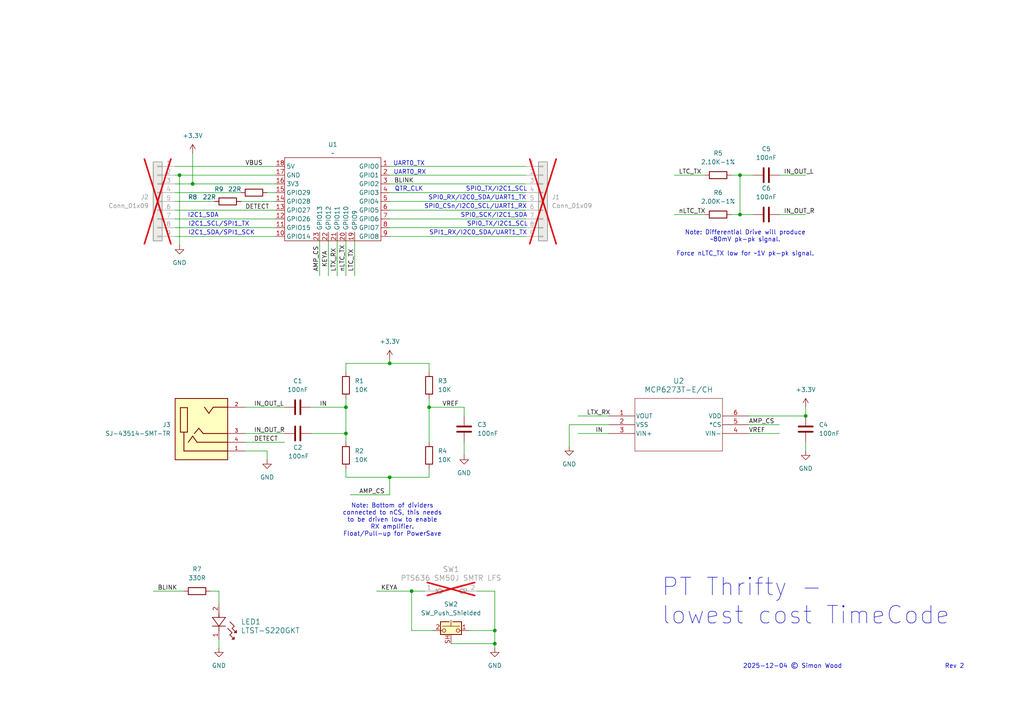
<source format=kicad_sch>
(kicad_sch
	(version 20231120)
	(generator "eeschema")
	(generator_version "8.0")
	(uuid "7dbc2a85-cb3c-4d3a-bdba-59e847c9868c")
	(paper "A4")
	(lib_symbols
		(symbol "2024-02-24_16-38-46:LTST-S220GKT"
			(pin_names
				(offset 0.254)
			)
			(exclude_from_sim no)
			(in_bom yes)
			(on_board yes)
			(property "Reference" "LED"
				(at 5.08 -4.445 0)
				(effects
					(font
						(size 1.524 1.524)
					)
				)
			)
			(property "Value" "LTST-S220GKT"
				(at 5.08 -7.62 0)
				(effects
					(font
						(size 1.524 1.524)
					)
				)
			)
			(property "Footprint" "LED_LTST-S220GKT_LTO"
				(at 0 0 0)
				(effects
					(font
						(size 1.27 1.27)
						(italic yes)
					)
					(hide yes)
				)
			)
			(property "Datasheet" "LTST-S220GKT"
				(at 0 0 0)
				(effects
					(font
						(size 1.27 1.27)
						(italic yes)
					)
					(hide yes)
				)
			)
			(property "Description" ""
				(at 0 0 0)
				(effects
					(font
						(size 1.27 1.27)
					)
					(hide yes)
				)
			)
			(property "ki_locked" ""
				(at 0 0 0)
				(effects
					(font
						(size 1.27 1.27)
					)
				)
			)
			(property "ki_keywords" "LTST-S220GKT"
				(at 0 0 0)
				(effects
					(font
						(size 1.27 1.27)
					)
					(hide yes)
				)
			)
			(property "ki_fp_filters" "LED_LTST-S220GKT_LTO LED_LTST-S220GKT_LTO-M LED_LTST-S220GKT_LTO-L"
				(at 0 0 0)
				(effects
					(font
						(size 1.27 1.27)
					)
					(hide yes)
				)
			)
			(symbol "LTST-S220GKT_1_1"
				(polyline
					(pts
						(xy 2.54 0) (xy 3.4798 0)
					)
					(stroke
						(width 0.2032)
						(type default)
					)
					(fill
						(type none)
					)
				)
				(polyline
					(pts
						(xy 3.175 0) (xy 3.81 0)
					)
					(stroke
						(width 0.2032)
						(type default)
					)
					(fill
						(type none)
					)
				)
				(polyline
					(pts
						(xy 3.81 -1.905) (xy 6.35 0)
					)
					(stroke
						(width 0.2032)
						(type default)
					)
					(fill
						(type none)
					)
				)
				(polyline
					(pts
						(xy 3.81 1.905) (xy 3.81 -1.905)
					)
					(stroke
						(width 0.2032)
						(type default)
					)
					(fill
						(type none)
					)
				)
				(polyline
					(pts
						(xy 5.08 3.175) (xy 6.35 4.445)
					)
					(stroke
						(width 0.2032)
						(type default)
					)
					(fill
						(type none)
					)
				)
				(polyline
					(pts
						(xy 6.35 -1.905) (xy 6.35 1.905)
					)
					(stroke
						(width 0.2032)
						(type default)
					)
					(fill
						(type none)
					)
				)
				(polyline
					(pts
						(xy 6.35 0) (xy 3.81 1.905)
					)
					(stroke
						(width 0.2032)
						(type default)
					)
					(fill
						(type none)
					)
				)
				(polyline
					(pts
						(xy 6.35 0) (xy 7.62 0)
					)
					(stroke
						(width 0.2032)
						(type default)
					)
					(fill
						(type none)
					)
				)
				(polyline
					(pts
						(xy 6.35 4.445) (xy 6.985 3.81)
					)
					(stroke
						(width 0.2032)
						(type default)
					)
					(fill
						(type none)
					)
				)
				(polyline
					(pts
						(xy 6.985 2.54) (xy 8.255 3.81)
					)
					(stroke
						(width 0.2032)
						(type default)
					)
					(fill
						(type none)
					)
				)
				(polyline
					(pts
						(xy 6.985 3.81) (xy 8.255 5.08)
					)
					(stroke
						(width 0.2032)
						(type default)
					)
					(fill
						(type none)
					)
				)
				(polyline
					(pts
						(xy 7.62 5.08) (xy 8.255 4.445)
					)
					(stroke
						(width 0.2032)
						(type default)
					)
					(fill
						(type none)
					)
				)
				(polyline
					(pts
						(xy 8.255 3.81) (xy 8.89 3.175)
					)
					(stroke
						(width 0.2032)
						(type default)
					)
					(fill
						(type none)
					)
				)
				(polyline
					(pts
						(xy 8.255 4.445) (xy 8.255 5.08)
					)
					(stroke
						(width 0.2032)
						(type default)
					)
					(fill
						(type none)
					)
				)
				(polyline
					(pts
						(xy 8.255 5.08) (xy 7.62 5.08)
					)
					(stroke
						(width 0.2032)
						(type default)
					)
					(fill
						(type none)
					)
				)
				(polyline
					(pts
						(xy 8.89 3.175) (xy 10.16 4.445)
					)
					(stroke
						(width 0.2032)
						(type default)
					)
					(fill
						(type none)
					)
				)
				(polyline
					(pts
						(xy 9.525 4.445) (xy 10.16 3.81)
					)
					(stroke
						(width 0.2032)
						(type default)
					)
					(fill
						(type none)
					)
				)
				(polyline
					(pts
						(xy 10.16 3.81) (xy 10.16 4.445)
					)
					(stroke
						(width 0.2032)
						(type default)
					)
					(fill
						(type none)
					)
				)
				(polyline
					(pts
						(xy 10.16 4.445) (xy 9.525 4.445)
					)
					(stroke
						(width 0.2032)
						(type default)
					)
					(fill
						(type none)
					)
				)
				(pin unspecified line
					(at 10.16 0 180)
					(length 2.54)
					(name ""
						(effects
							(font
								(size 1.27 1.27)
							)
						)
					)
					(number "1"
						(effects
							(font
								(size 1.27 1.27)
							)
						)
					)
				)
				(pin unspecified line
					(at 0 0 0)
					(length 2.54)
					(name ""
						(effects
							(font
								(size 1.27 1.27)
							)
						)
					)
					(number "2"
						(effects
							(font
								(size 1.27 1.27)
							)
						)
					)
				)
			)
		)
		(symbol "2024-11-18_16-32-35:PTS636_SM50J_SMTR_LFS"
			(pin_names
				(offset 0.254)
			)
			(exclude_from_sim no)
			(in_bom yes)
			(on_board yes)
			(property "Reference" "SW"
				(at 7.62 3.81 0)
				(effects
					(font
						(size 1.524 1.524)
					)
				)
			)
			(property "Value" "PTS636 SM50J SMTR LFS"
				(at 0 0 0)
				(effects
					(font
						(size 1.524 1.524)
					)
				)
			)
			(property "Footprint" "SW_PTS636_CNK"
				(at 0 0 0)
				(effects
					(font
						(size 1.27 1.27)
						(italic yes)
					)
					(hide yes)
				)
			)
			(property "Datasheet" "PTS636 SM50J SMTR LFS"
				(at 0 0 0)
				(effects
					(font
						(size 1.27 1.27)
						(italic yes)
					)
					(hide yes)
				)
			)
			(property "Description" ""
				(at 0 0 0)
				(effects
					(font
						(size 1.27 1.27)
					)
					(hide yes)
				)
			)
			(property "ki_locked" ""
				(at 0 0 0)
				(effects
					(font
						(size 1.27 1.27)
					)
				)
			)
			(property "ki_keywords" "PTS636 SM50J SMTR LFS"
				(at 0 0 0)
				(effects
					(font
						(size 1.27 1.27)
					)
					(hide yes)
				)
			)
			(property "ki_fp_filters" "SW_PTS636_CNK"
				(at 0 0 0)
				(effects
					(font
						(size 1.27 1.27)
					)
					(hide yes)
				)
			)
			(symbol "PTS636_SM50J_SMTR_LFS_0_1"
				(polyline
					(pts
						(xy 2.54 0) (xy 3.81 0)
					)
					(stroke
						(width 0.2032)
						(type default)
					)
					(fill
						(type none)
					)
				)
				(polyline
					(pts
						(xy 4.445 0) (xy 11.43 1.905)
					)
					(stroke
						(width 0.2032)
						(type default)
					)
					(fill
						(type none)
					)
				)
				(polyline
					(pts
						(xy 12.7 0) (xy 11.43 0)
					)
					(stroke
						(width 0.2032)
						(type default)
					)
					(fill
						(type none)
					)
				)
				(circle
					(center 4.445 0)
					(radius 0.635)
					(stroke
						(width 0.254)
						(type default)
					)
					(fill
						(type none)
					)
				)
				(circle
					(center 10.795 0)
					(radius 0.635)
					(stroke
						(width 0.254)
						(type default)
					)
					(fill
						(type none)
					)
				)
				(pin unspecified line
					(at 0 0 0)
					(length 2.54)
					(name "1"
						(effects
							(font
								(size 1.27 1.27)
							)
						)
					)
					(number "1"
						(effects
							(font
								(size 1.27 1.27)
							)
						)
					)
				)
				(pin unspecified line
					(at 15.24 0 180)
					(length 2.54)
					(name "2"
						(effects
							(font
								(size 1.27 1.27)
							)
						)
					)
					(number "2"
						(effects
							(font
								(size 1.27 1.27)
							)
						)
					)
				)
			)
		)
		(symbol "2024-12-04_21-34-14:MCP6273T-E_CH"
			(pin_names
				(offset 0.254)
			)
			(exclude_from_sim no)
			(in_bom yes)
			(on_board yes)
			(property "Reference" "U"
				(at 20.32 10.16 0)
				(effects
					(font
						(size 1.524 1.524)
					)
				)
			)
			(property "Value" "MCP6273T-E/CH"
				(at 20.32 7.62 0)
				(effects
					(font
						(size 1.524 1.524)
					)
				)
			)
			(property "Footprint" "SOT-23-6_MC_MCH"
				(at 0 0 0)
				(effects
					(font
						(size 1.27 1.27)
						(italic yes)
					)
					(hide yes)
				)
			)
			(property "Datasheet" "MCP6273T-E/CH"
				(at 0 0 0)
				(effects
					(font
						(size 1.27 1.27)
						(italic yes)
					)
					(hide yes)
				)
			)
			(property "Description" ""
				(at 0 0 0)
				(effects
					(font
						(size 1.27 1.27)
					)
					(hide yes)
				)
			)
			(property "ki_locked" ""
				(at 0 0 0)
				(effects
					(font
						(size 1.27 1.27)
					)
				)
			)
			(property "ki_keywords" "MCP6273T-E/CH"
				(at 0 0 0)
				(effects
					(font
						(size 1.27 1.27)
					)
					(hide yes)
				)
			)
			(property "ki_fp_filters" "SOT-23-6_MC_MCH SOT-23-6_MC_MCH-M SOT-23-6_MC_MCH-L"
				(at 0 0 0)
				(effects
					(font
						(size 1.27 1.27)
					)
					(hide yes)
				)
			)
			(symbol "MCP6273T-E_CH_0_1"
				(polyline
					(pts
						(xy 7.62 -10.16) (xy 33.02 -10.16)
					)
					(stroke
						(width 0.127)
						(type default)
					)
					(fill
						(type none)
					)
				)
				(polyline
					(pts
						(xy 7.62 5.08) (xy 7.62 -10.16)
					)
					(stroke
						(width 0.127)
						(type default)
					)
					(fill
						(type none)
					)
				)
				(polyline
					(pts
						(xy 33.02 -10.16) (xy 33.02 5.08)
					)
					(stroke
						(width 0.127)
						(type default)
					)
					(fill
						(type none)
					)
				)
				(polyline
					(pts
						(xy 33.02 5.08) (xy 7.62 5.08)
					)
					(stroke
						(width 0.127)
						(type default)
					)
					(fill
						(type none)
					)
				)
				(pin output line
					(at 0 0 0)
					(length 7.62)
					(name "VOUT"
						(effects
							(font
								(size 1.27 1.27)
							)
						)
					)
					(number "1"
						(effects
							(font
								(size 1.27 1.27)
							)
						)
					)
				)
				(pin power_in line
					(at 0 -2.54 0)
					(length 7.62)
					(name "VSS"
						(effects
							(font
								(size 1.27 1.27)
							)
						)
					)
					(number "2"
						(effects
							(font
								(size 1.27 1.27)
							)
						)
					)
				)
				(pin input line
					(at 0 -5.08 0)
					(length 7.62)
					(name "VIN+"
						(effects
							(font
								(size 1.27 1.27)
							)
						)
					)
					(number "3"
						(effects
							(font
								(size 1.27 1.27)
							)
						)
					)
				)
				(pin input line
					(at 40.64 -5.08 180)
					(length 7.62)
					(name "VIN-"
						(effects
							(font
								(size 1.27 1.27)
							)
						)
					)
					(number "4"
						(effects
							(font
								(size 1.27 1.27)
							)
						)
					)
				)
				(pin unspecified line
					(at 40.64 -2.54 180)
					(length 7.62)
					(name "*CS"
						(effects
							(font
								(size 1.27 1.27)
							)
						)
					)
					(number "5"
						(effects
							(font
								(size 1.27 1.27)
							)
						)
					)
				)
				(pin power_in line
					(at 40.64 0 180)
					(length 7.62)
					(name "VDD"
						(effects
							(font
								(size 1.27 1.27)
							)
						)
					)
					(number "6"
						(effects
							(font
								(size 1.27 1.27)
							)
						)
					)
				)
			)
		)
		(symbol "Connector_Generic:Conn_01x09"
			(pin_names
				(offset 1.016) hide)
			(exclude_from_sim no)
			(in_bom yes)
			(on_board yes)
			(property "Reference" "J"
				(at 0 12.7 0)
				(effects
					(font
						(size 1.27 1.27)
					)
				)
			)
			(property "Value" "Conn_01x09"
				(at 0 -12.7 0)
				(effects
					(font
						(size 1.27 1.27)
					)
				)
			)
			(property "Footprint" ""
				(at 0 0 0)
				(effects
					(font
						(size 1.27 1.27)
					)
					(hide yes)
				)
			)
			(property "Datasheet" "~"
				(at 0 0 0)
				(effects
					(font
						(size 1.27 1.27)
					)
					(hide yes)
				)
			)
			(property "Description" "Generic connector, single row, 01x09, script generated (kicad-library-utils/schlib/autogen/connector/)"
				(at 0 0 0)
				(effects
					(font
						(size 1.27 1.27)
					)
					(hide yes)
				)
			)
			(property "ki_keywords" "connector"
				(at 0 0 0)
				(effects
					(font
						(size 1.27 1.27)
					)
					(hide yes)
				)
			)
			(property "ki_fp_filters" "Connector*:*_1x??_*"
				(at 0 0 0)
				(effects
					(font
						(size 1.27 1.27)
					)
					(hide yes)
				)
			)
			(symbol "Conn_01x09_1_1"
				(rectangle
					(start -1.27 -10.033)
					(end 0 -10.287)
					(stroke
						(width 0.1524)
						(type default)
					)
					(fill
						(type none)
					)
				)
				(rectangle
					(start -1.27 -7.493)
					(end 0 -7.747)
					(stroke
						(width 0.1524)
						(type default)
					)
					(fill
						(type none)
					)
				)
				(rectangle
					(start -1.27 -4.953)
					(end 0 -5.207)
					(stroke
						(width 0.1524)
						(type default)
					)
					(fill
						(type none)
					)
				)
				(rectangle
					(start -1.27 -2.413)
					(end 0 -2.667)
					(stroke
						(width 0.1524)
						(type default)
					)
					(fill
						(type none)
					)
				)
				(rectangle
					(start -1.27 0.127)
					(end 0 -0.127)
					(stroke
						(width 0.1524)
						(type default)
					)
					(fill
						(type none)
					)
				)
				(rectangle
					(start -1.27 2.667)
					(end 0 2.413)
					(stroke
						(width 0.1524)
						(type default)
					)
					(fill
						(type none)
					)
				)
				(rectangle
					(start -1.27 5.207)
					(end 0 4.953)
					(stroke
						(width 0.1524)
						(type default)
					)
					(fill
						(type none)
					)
				)
				(rectangle
					(start -1.27 7.747)
					(end 0 7.493)
					(stroke
						(width 0.1524)
						(type default)
					)
					(fill
						(type none)
					)
				)
				(rectangle
					(start -1.27 10.287)
					(end 0 10.033)
					(stroke
						(width 0.1524)
						(type default)
					)
					(fill
						(type none)
					)
				)
				(rectangle
					(start -1.27 11.43)
					(end 1.27 -11.43)
					(stroke
						(width 0.254)
						(type default)
					)
					(fill
						(type background)
					)
				)
				(pin passive line
					(at -5.08 10.16 0)
					(length 3.81)
					(name "Pin_1"
						(effects
							(font
								(size 1.27 1.27)
							)
						)
					)
					(number "1"
						(effects
							(font
								(size 1.27 1.27)
							)
						)
					)
				)
				(pin passive line
					(at -5.08 7.62 0)
					(length 3.81)
					(name "Pin_2"
						(effects
							(font
								(size 1.27 1.27)
							)
						)
					)
					(number "2"
						(effects
							(font
								(size 1.27 1.27)
							)
						)
					)
				)
				(pin passive line
					(at -5.08 5.08 0)
					(length 3.81)
					(name "Pin_3"
						(effects
							(font
								(size 1.27 1.27)
							)
						)
					)
					(number "3"
						(effects
							(font
								(size 1.27 1.27)
							)
						)
					)
				)
				(pin passive line
					(at -5.08 2.54 0)
					(length 3.81)
					(name "Pin_4"
						(effects
							(font
								(size 1.27 1.27)
							)
						)
					)
					(number "4"
						(effects
							(font
								(size 1.27 1.27)
							)
						)
					)
				)
				(pin passive line
					(at -5.08 0 0)
					(length 3.81)
					(name "Pin_5"
						(effects
							(font
								(size 1.27 1.27)
							)
						)
					)
					(number "5"
						(effects
							(font
								(size 1.27 1.27)
							)
						)
					)
				)
				(pin passive line
					(at -5.08 -2.54 0)
					(length 3.81)
					(name "Pin_6"
						(effects
							(font
								(size 1.27 1.27)
							)
						)
					)
					(number "6"
						(effects
							(font
								(size 1.27 1.27)
							)
						)
					)
				)
				(pin passive line
					(at -5.08 -5.08 0)
					(length 3.81)
					(name "Pin_7"
						(effects
							(font
								(size 1.27 1.27)
							)
						)
					)
					(number "7"
						(effects
							(font
								(size 1.27 1.27)
							)
						)
					)
				)
				(pin passive line
					(at -5.08 -7.62 0)
					(length 3.81)
					(name "Pin_8"
						(effects
							(font
								(size 1.27 1.27)
							)
						)
					)
					(number "8"
						(effects
							(font
								(size 1.27 1.27)
							)
						)
					)
				)
				(pin passive line
					(at -5.08 -10.16 0)
					(length 3.81)
					(name "Pin_9"
						(effects
							(font
								(size 1.27 1.27)
							)
						)
					)
					(number "9"
						(effects
							(font
								(size 1.27 1.27)
							)
						)
					)
				)
			)
		)
		(symbol "Device:C"
			(pin_numbers hide)
			(pin_names
				(offset 0.254)
			)
			(exclude_from_sim no)
			(in_bom yes)
			(on_board yes)
			(property "Reference" "C"
				(at 0.635 2.54 0)
				(effects
					(font
						(size 1.27 1.27)
					)
					(justify left)
				)
			)
			(property "Value" "C"
				(at 0.635 -2.54 0)
				(effects
					(font
						(size 1.27 1.27)
					)
					(justify left)
				)
			)
			(property "Footprint" ""
				(at 0.9652 -3.81 0)
				(effects
					(font
						(size 1.27 1.27)
					)
					(hide yes)
				)
			)
			(property "Datasheet" "~"
				(at 0 0 0)
				(effects
					(font
						(size 1.27 1.27)
					)
					(hide yes)
				)
			)
			(property "Description" "Unpolarized capacitor"
				(at 0 0 0)
				(effects
					(font
						(size 1.27 1.27)
					)
					(hide yes)
				)
			)
			(property "ki_keywords" "cap capacitor"
				(at 0 0 0)
				(effects
					(font
						(size 1.27 1.27)
					)
					(hide yes)
				)
			)
			(property "ki_fp_filters" "C_*"
				(at 0 0 0)
				(effects
					(font
						(size 1.27 1.27)
					)
					(hide yes)
				)
			)
			(symbol "C_0_1"
				(polyline
					(pts
						(xy -2.032 -0.762) (xy 2.032 -0.762)
					)
					(stroke
						(width 0.508)
						(type default)
					)
					(fill
						(type none)
					)
				)
				(polyline
					(pts
						(xy -2.032 0.762) (xy 2.032 0.762)
					)
					(stroke
						(width 0.508)
						(type default)
					)
					(fill
						(type none)
					)
				)
			)
			(symbol "C_1_1"
				(pin passive line
					(at 0 3.81 270)
					(length 2.794)
					(name "~"
						(effects
							(font
								(size 1.27 1.27)
							)
						)
					)
					(number "1"
						(effects
							(font
								(size 1.27 1.27)
							)
						)
					)
				)
				(pin passive line
					(at 0 -3.81 90)
					(length 2.794)
					(name "~"
						(effects
							(font
								(size 1.27 1.27)
							)
						)
					)
					(number "2"
						(effects
							(font
								(size 1.27 1.27)
							)
						)
					)
				)
			)
		)
		(symbol "Device:R"
			(pin_numbers hide)
			(pin_names
				(offset 0)
			)
			(exclude_from_sim no)
			(in_bom yes)
			(on_board yes)
			(property "Reference" "R"
				(at 2.032 0 90)
				(effects
					(font
						(size 1.27 1.27)
					)
				)
			)
			(property "Value" "R"
				(at 0 0 90)
				(effects
					(font
						(size 1.27 1.27)
					)
				)
			)
			(property "Footprint" ""
				(at -1.778 0 90)
				(effects
					(font
						(size 1.27 1.27)
					)
					(hide yes)
				)
			)
			(property "Datasheet" "~"
				(at 0 0 0)
				(effects
					(font
						(size 1.27 1.27)
					)
					(hide yes)
				)
			)
			(property "Description" "Resistor"
				(at 0 0 0)
				(effects
					(font
						(size 1.27 1.27)
					)
					(hide yes)
				)
			)
			(property "ki_keywords" "R res resistor"
				(at 0 0 0)
				(effects
					(font
						(size 1.27 1.27)
					)
					(hide yes)
				)
			)
			(property "ki_fp_filters" "R_*"
				(at 0 0 0)
				(effects
					(font
						(size 1.27 1.27)
					)
					(hide yes)
				)
			)
			(symbol "R_0_1"
				(rectangle
					(start -1.016 -2.54)
					(end 1.016 2.54)
					(stroke
						(width 0.254)
						(type default)
					)
					(fill
						(type none)
					)
				)
			)
			(symbol "R_1_1"
				(pin passive line
					(at 0 3.81 270)
					(length 1.27)
					(name "~"
						(effects
							(font
								(size 1.27 1.27)
							)
						)
					)
					(number "1"
						(effects
							(font
								(size 1.27 1.27)
							)
						)
					)
				)
				(pin passive line
					(at 0 -3.81 90)
					(length 1.27)
					(name "~"
						(effects
							(font
								(size 1.27 1.27)
							)
						)
					)
					(number "2"
						(effects
							(font
								(size 1.27 1.27)
							)
						)
					)
				)
			)
		)
		(symbol "RP2040-Tiny:RP2040-Tiny"
			(exclude_from_sim no)
			(in_bom yes)
			(on_board yes)
			(property "Reference" "U"
				(at 0 0 0)
				(effects
					(font
						(size 1.27 1.27)
					)
				)
			)
			(property "Value" ""
				(at 0 0 0)
				(effects
					(font
						(size 1.27 1.27)
					)
				)
			)
			(property "Footprint" ""
				(at 0 0 0)
				(effects
					(font
						(size 1.27 1.27)
					)
					(hide yes)
				)
			)
			(property "Datasheet" ""
				(at 0 0 0)
				(effects
					(font
						(size 1.27 1.27)
					)
					(hide yes)
				)
			)
			(property "Description" ""
				(at 0 0 0)
				(effects
					(font
						(size 1.27 1.27)
					)
					(hide yes)
				)
			)
			(symbol "RP2040-Tiny_0_1"
				(rectangle
					(start 0 0)
					(end 27.94 -24.13)
					(stroke
						(width 0)
						(type default)
					)
					(fill
						(type none)
					)
				)
			)
			(symbol "RP2040-Tiny_1_1"
				(pin bidirectional line
					(at 30.48 -2.54 180)
					(length 2.54)
					(name "GPIO0"
						(effects
							(font
								(size 1.27 1.27)
							)
						)
					)
					(number "1"
						(effects
							(font
								(size 1.27 1.27)
							)
						)
					)
				)
				(pin bidirectional line
					(at -2.54 -22.86 0)
					(length 2.54)
					(name "GPIO14"
						(effects
							(font
								(size 1.27 1.27)
							)
						)
					)
					(number "10"
						(effects
							(font
								(size 1.27 1.27)
							)
						)
					)
				)
				(pin bidirectional line
					(at -2.54 -20.32 0)
					(length 2.54)
					(name "GPIO15"
						(effects
							(font
								(size 1.27 1.27)
							)
						)
					)
					(number "11"
						(effects
							(font
								(size 1.27 1.27)
							)
						)
					)
				)
				(pin bidirectional line
					(at -2.54 -17.78 0)
					(length 2.54)
					(name "GPIO26"
						(effects
							(font
								(size 1.27 1.27)
							)
						)
					)
					(number "12"
						(effects
							(font
								(size 1.27 1.27)
							)
						)
					)
				)
				(pin bidirectional line
					(at -2.54 -15.24 0)
					(length 2.54)
					(name "GPIO27"
						(effects
							(font
								(size 1.27 1.27)
							)
						)
					)
					(number "13"
						(effects
							(font
								(size 1.27 1.27)
							)
						)
					)
				)
				(pin bidirectional line
					(at -2.54 -12.7 0)
					(length 2.54)
					(name "GPIO28"
						(effects
							(font
								(size 1.27 1.27)
							)
						)
					)
					(number "14"
						(effects
							(font
								(size 1.27 1.27)
							)
						)
					)
				)
				(pin bidirectional line
					(at -2.54 -10.16 0)
					(length 2.54)
					(name "GPIO29"
						(effects
							(font
								(size 1.27 1.27)
							)
						)
					)
					(number "15"
						(effects
							(font
								(size 1.27 1.27)
							)
						)
					)
				)
				(pin bidirectional line
					(at -2.54 -7.62 0)
					(length 2.54)
					(name "3V3"
						(effects
							(font
								(size 1.27 1.27)
							)
						)
					)
					(number "16"
						(effects
							(font
								(size 1.27 1.27)
							)
						)
					)
				)
				(pin bidirectional line
					(at -2.54 -5.08 0)
					(length 2.54)
					(name "GND"
						(effects
							(font
								(size 1.27 1.27)
							)
						)
					)
					(number "17"
						(effects
							(font
								(size 1.27 1.27)
							)
						)
					)
				)
				(pin bidirectional line
					(at -2.54 -2.54 0)
					(length 2.54)
					(name "5V"
						(effects
							(font
								(size 1.27 1.27)
							)
						)
					)
					(number "18"
						(effects
							(font
								(size 1.27 1.27)
							)
						)
					)
				)
				(pin bidirectional line
					(at 20.32 -24.13 90)
					(length 2.54)
					(name "GPIO9"
						(effects
							(font
								(size 1.27 1.27)
							)
						)
					)
					(number "19"
						(effects
							(font
								(size 1.27 1.27)
							)
						)
					)
				)
				(pin bidirectional line
					(at 30.48 -5.08 180)
					(length 2.54)
					(name "GPIO1"
						(effects
							(font
								(size 1.27 1.27)
							)
						)
					)
					(number "2"
						(effects
							(font
								(size 1.27 1.27)
							)
						)
					)
				)
				(pin bidirectional line
					(at 17.78 -24.13 90)
					(length 2.54)
					(name "GPIO10"
						(effects
							(font
								(size 1.27 1.27)
							)
						)
					)
					(number "20"
						(effects
							(font
								(size 1.27 1.27)
							)
						)
					)
				)
				(pin bidirectional line
					(at 15.24 -24.13 90)
					(length 2.54)
					(name "GPIO11"
						(effects
							(font
								(size 1.27 1.27)
							)
						)
					)
					(number "21"
						(effects
							(font
								(size 1.27 1.27)
							)
						)
					)
				)
				(pin bidirectional line
					(at 12.7 -24.13 90)
					(length 2.54)
					(name "GPIO12"
						(effects
							(font
								(size 1.27 1.27)
							)
						)
					)
					(number "22"
						(effects
							(font
								(size 1.27 1.27)
							)
						)
					)
				)
				(pin bidirectional line
					(at 10.16 -24.13 90)
					(length 2.54)
					(name "GPIO13"
						(effects
							(font
								(size 1.27 1.27)
							)
						)
					)
					(number "23"
						(effects
							(font
								(size 1.27 1.27)
							)
						)
					)
				)
				(pin bidirectional line
					(at 30.48 -7.62 180)
					(length 2.54)
					(name "GPIO2"
						(effects
							(font
								(size 1.27 1.27)
							)
						)
					)
					(number "3"
						(effects
							(font
								(size 1.27 1.27)
							)
						)
					)
				)
				(pin bidirectional line
					(at 30.48 -10.16 180)
					(length 2.54)
					(name "GPIO3"
						(effects
							(font
								(size 1.27 1.27)
							)
						)
					)
					(number "4"
						(effects
							(font
								(size 1.27 1.27)
							)
						)
					)
				)
				(pin bidirectional line
					(at 30.48 -12.7 180)
					(length 2.54)
					(name "GPIO4"
						(effects
							(font
								(size 1.27 1.27)
							)
						)
					)
					(number "5"
						(effects
							(font
								(size 1.27 1.27)
							)
						)
					)
				)
				(pin bidirectional line
					(at 30.48 -15.24 180)
					(length 2.54)
					(name "GPIO5"
						(effects
							(font
								(size 1.27 1.27)
							)
						)
					)
					(number "6"
						(effects
							(font
								(size 1.27 1.27)
							)
						)
					)
				)
				(pin bidirectional line
					(at 30.48 -17.78 180)
					(length 2.54)
					(name "GPIO6"
						(effects
							(font
								(size 1.27 1.27)
							)
						)
					)
					(number "7"
						(effects
							(font
								(size 1.27 1.27)
							)
						)
					)
				)
				(pin bidirectional line
					(at 30.48 -20.32 180)
					(length 2.54)
					(name "GPIO7"
						(effects
							(font
								(size 1.27 1.27)
							)
						)
					)
					(number "8"
						(effects
							(font
								(size 1.27 1.27)
							)
						)
					)
				)
				(pin bidirectional line
					(at 30.48 -22.86 180)
					(length 2.54)
					(name "GPIO8"
						(effects
							(font
								(size 1.27 1.27)
							)
						)
					)
					(number "9"
						(effects
							(font
								(size 1.27 1.27)
							)
						)
					)
				)
			)
		)
		(symbol "Switch:SW_Push_Shielded"
			(pin_names
				(offset 1.016) hide)
			(exclude_from_sim no)
			(in_bom yes)
			(on_board yes)
			(property "Reference" "SW"
				(at 4.318 2.032 0)
				(effects
					(font
						(size 1.27 1.27)
					)
					(justify left)
				)
			)
			(property "Value" "SW_Push_Shielded"
				(at 0 4.572 0)
				(effects
					(font
						(size 1.27 1.27)
					)
				)
			)
			(property "Footprint" ""
				(at 0 5.08 0)
				(effects
					(font
						(size 1.27 1.27)
					)
					(hide yes)
				)
			)
			(property "Datasheet" "~"
				(at 0 5.08 0)
				(effects
					(font
						(size 1.27 1.27)
					)
					(hide yes)
				)
			)
			(property "Description" "Generic push-button switch, two contact pins and shield pin(s)"
				(at 0 0 0)
				(effects
					(font
						(size 1.27 1.27)
					)
					(hide yes)
				)
			)
			(property "ki_keywords" "switch normally-open pushbutton momentary"
				(at 0 0 0)
				(effects
					(font
						(size 1.27 1.27)
					)
					(hide yes)
				)
			)
			(symbol "SW_Push_Shielded_0_1"
				(circle
					(center -2.032 0)
					(radius 0.508)
					(stroke
						(width 0)
						(type default)
					)
					(fill
						(type none)
					)
				)
				(polyline
					(pts
						(xy 0 1.27) (xy 0 3.048)
					)
					(stroke
						(width 0)
						(type default)
					)
					(fill
						(type none)
					)
				)
				(polyline
					(pts
						(xy 2.54 1.27) (xy -2.54 1.27)
					)
					(stroke
						(width 0)
						(type default)
					)
					(fill
						(type none)
					)
				)
				(polyline
					(pts
						(xy 0.508 2.54) (xy 3.048 2.54) (xy 3.048 -1.143) (xy -3.048 -1.143) (xy -3.048 2.54) (xy -0.508 2.54)
					)
					(stroke
						(width -0.0254)
						(type default)
					)
					(fill
						(type none)
					)
				)
				(polyline
					(pts
						(xy 0.508 2.54) (xy 3.048 2.54) (xy 3.048 -1.143) (xy -3.048 -1.143) (xy -3.048 2.54) (xy -0.508 2.54)
					)
					(stroke
						(width 0.254)
						(type default)
					)
					(fill
						(type none)
					)
				)
				(circle
					(center 2.032 0)
					(radius 0.508)
					(stroke
						(width 0)
						(type default)
					)
					(fill
						(type none)
					)
				)
				(pin passive line
					(at -5.08 0 0)
					(length 2.54)
					(name "1"
						(effects
							(font
								(size 1.27 1.27)
							)
						)
					)
					(number "1"
						(effects
							(font
								(size 1.27 1.27)
							)
						)
					)
				)
				(pin passive line
					(at 5.08 0 180)
					(length 2.54)
					(name "2"
						(effects
							(font
								(size 1.27 1.27)
							)
						)
					)
					(number "2"
						(effects
							(font
								(size 1.27 1.27)
							)
						)
					)
				)
			)
			(symbol "SW_Push_Shielded_1_1"
				(rectangle
					(start -3.048 2.54)
					(end 3.048 -1.27)
					(stroke
						(width -0.0254)
						(type default)
					)
					(fill
						(type background)
					)
				)
				(pin passive line
					(at 0 -3.81 90)
					(length 2.54)
					(name "B"
						(effects
							(font
								(size 1.27 1.27)
							)
						)
					)
					(number "SH"
						(effects
							(font
								(size 1.27 1.27)
							)
						)
					)
				)
			)
		)
		(symbol "power:+3.3V"
			(power)
			(pin_numbers hide)
			(pin_names
				(offset 0) hide)
			(exclude_from_sim no)
			(in_bom yes)
			(on_board yes)
			(property "Reference" "#PWR"
				(at 0 -3.81 0)
				(effects
					(font
						(size 1.27 1.27)
					)
					(hide yes)
				)
			)
			(property "Value" "+3.3V"
				(at 0 3.556 0)
				(effects
					(font
						(size 1.27 1.27)
					)
				)
			)
			(property "Footprint" ""
				(at 0 0 0)
				(effects
					(font
						(size 1.27 1.27)
					)
					(hide yes)
				)
			)
			(property "Datasheet" ""
				(at 0 0 0)
				(effects
					(font
						(size 1.27 1.27)
					)
					(hide yes)
				)
			)
			(property "Description" "Power symbol creates a global label with name \"+3.3V\""
				(at 0 0 0)
				(effects
					(font
						(size 1.27 1.27)
					)
					(hide yes)
				)
			)
			(property "ki_keywords" "global power"
				(at 0 0 0)
				(effects
					(font
						(size 1.27 1.27)
					)
					(hide yes)
				)
			)
			(symbol "+3.3V_0_1"
				(polyline
					(pts
						(xy -0.762 1.27) (xy 0 2.54)
					)
					(stroke
						(width 0)
						(type default)
					)
					(fill
						(type none)
					)
				)
				(polyline
					(pts
						(xy 0 0) (xy 0 2.54)
					)
					(stroke
						(width 0)
						(type default)
					)
					(fill
						(type none)
					)
				)
				(polyline
					(pts
						(xy 0 2.54) (xy 0.762 1.27)
					)
					(stroke
						(width 0)
						(type default)
					)
					(fill
						(type none)
					)
				)
			)
			(symbol "+3.3V_1_1"
				(pin power_in line
					(at 0 0 90)
					(length 0)
					(name "~"
						(effects
							(font
								(size 1.27 1.27)
							)
						)
					)
					(number "1"
						(effects
							(font
								(size 1.27 1.27)
							)
						)
					)
				)
			)
		)
		(symbol "power:GND"
			(power)
			(pin_numbers hide)
			(pin_names
				(offset 0) hide)
			(exclude_from_sim no)
			(in_bom yes)
			(on_board yes)
			(property "Reference" "#PWR"
				(at 0 -6.35 0)
				(effects
					(font
						(size 1.27 1.27)
					)
					(hide yes)
				)
			)
			(property "Value" "GND"
				(at 0 -3.81 0)
				(effects
					(font
						(size 1.27 1.27)
					)
				)
			)
			(property "Footprint" ""
				(at 0 0 0)
				(effects
					(font
						(size 1.27 1.27)
					)
					(hide yes)
				)
			)
			(property "Datasheet" ""
				(at 0 0 0)
				(effects
					(font
						(size 1.27 1.27)
					)
					(hide yes)
				)
			)
			(property "Description" "Power symbol creates a global label with name \"GND\" , ground"
				(at 0 0 0)
				(effects
					(font
						(size 1.27 1.27)
					)
					(hide yes)
				)
			)
			(property "ki_keywords" "global power"
				(at 0 0 0)
				(effects
					(font
						(size 1.27 1.27)
					)
					(hide yes)
				)
			)
			(symbol "GND_0_1"
				(polyline
					(pts
						(xy 0 0) (xy 0 -1.27) (xy 1.27 -1.27) (xy 0 -2.54) (xy -1.27 -1.27) (xy 0 -1.27)
					)
					(stroke
						(width 0)
						(type default)
					)
					(fill
						(type none)
					)
				)
			)
			(symbol "GND_1_1"
				(pin power_in line
					(at 0 0 270)
					(length 0)
					(name "~"
						(effects
							(font
								(size 1.27 1.27)
							)
						)
					)
					(number "1"
						(effects
							(font
								(size 1.27 1.27)
							)
						)
					)
				)
			)
		)
		(symbol "sj-43514-smt-tr:SJ-43514-SMT-TR"
			(pin_names
				(offset 1.016) hide)
			(exclude_from_sim no)
			(in_bom yes)
			(on_board yes)
			(property "Reference" "J"
				(at -7.62 8.382 0)
				(effects
					(font
						(size 1.27 1.27)
					)
					(justify left bottom)
				)
			)
			(property "Value" "SJ-43514-SMT-TR"
				(at -7.62 -12.7 0)
				(effects
					(font
						(size 1.27 1.27)
					)
					(justify left bottom)
				)
			)
			(property "Footprint" "CUI_SJ-43514-SMT-TR"
				(at 0 0 0)
				(effects
					(font
						(size 1.27 1.27)
					)
					(justify left bottom)
					(hide yes)
				)
			)
			(property "Datasheet" ""
				(at 0 0 0)
				(effects
					(font
						(size 1.27 1.27)
					)
					(justify left bottom)
					(hide yes)
				)
			)
			(property "Description" ""
				(at 0 0 0)
				(effects
					(font
						(size 1.27 1.27)
					)
					(hide yes)
				)
			)
			(property "PARTREV" "1.05"
				(at 0 0 0)
				(effects
					(font
						(size 1.27 1.27)
					)
					(justify left bottom)
					(hide yes)
				)
			)
			(property "STANDARD" "Manufacturer Recommendations"
				(at 0 0 0)
				(effects
					(font
						(size 1.27 1.27)
					)
					(justify left bottom)
					(hide yes)
				)
			)
			(property "SNAPEDA_PN" "SJ-43514-SMT-TR"
				(at 0 0 0)
				(effects
					(font
						(size 1.27 1.27)
					)
					(justify left bottom)
					(hide yes)
				)
			)
			(property "MAXIMUM_PACKAGE_HEIGHT" "5.3mm"
				(at 0 0 0)
				(effects
					(font
						(size 1.27 1.27)
					)
					(justify left bottom)
					(hide yes)
				)
			)
			(property "MANUFACTURER" "CUI Devices"
				(at 0 0 0)
				(effects
					(font
						(size 1.27 1.27)
					)
					(justify left bottom)
					(hide yes)
				)
			)
			(property "ki_locked" ""
				(at 0 0 0)
				(effects
					(font
						(size 1.27 1.27)
					)
				)
			)
			(symbol "SJ-43514-SMT-TR_0_0"
				(rectangle
					(start -7.62 -10.16)
					(end 7.62 7.62)
					(stroke
						(width 0.254)
						(type solid)
					)
					(fill
						(type background)
					)
				)
				(polyline
					(pts
						(xy -6.096 -7.493) (xy -4.064 -7.493)
					)
					(stroke
						(width 0.254)
						(type solid)
					)
					(fill
						(type none)
					)
				)
				(polyline
					(pts
						(xy -6.096 -0.381) (xy -6.096 -7.493)
					)
					(stroke
						(width 0.254)
						(type solid)
					)
					(fill
						(type none)
					)
				)
				(polyline
					(pts
						(xy -5.08 5.08) (xy -5.08 -0.254)
					)
					(stroke
						(width 0.254)
						(type solid)
					)
					(fill
						(type none)
					)
				)
				(polyline
					(pts
						(xy -5.08 5.08) (xy 7.62 5.08)
					)
					(stroke
						(width 0.254)
						(type solid)
					)
					(fill
						(type none)
					)
				)
				(polyline
					(pts
						(xy -4.064 -7.493) (xy -4.064 -0.381)
					)
					(stroke
						(width 0.254)
						(type solid)
					)
					(fill
						(type none)
					)
				)
				(polyline
					(pts
						(xy -4.064 -0.381) (xy -6.096 -0.381)
					)
					(stroke
						(width 0.254)
						(type solid)
					)
					(fill
						(type none)
					)
				)
				(polyline
					(pts
						(xy -3.81 2.54) (xy -2.54 0.762)
					)
					(stroke
						(width 0.254)
						(type solid)
					)
					(fill
						(type none)
					)
				)
				(polyline
					(pts
						(xy -2.54 0.762) (xy -1.27 2.54)
					)
					(stroke
						(width 0.254)
						(type solid)
					)
					(fill
						(type none)
					)
				)
				(polyline
					(pts
						(xy -2.032 0) (xy -0.762 -1.524)
					)
					(stroke
						(width 0.254)
						(type solid)
					)
					(fill
						(type none)
					)
				)
				(polyline
					(pts
						(xy -1.27 2.54) (xy 7.62 2.54)
					)
					(stroke
						(width 0.254)
						(type solid)
					)
					(fill
						(type none)
					)
				)
				(polyline
					(pts
						(xy -0.762 -1.524) (xy 0.508 0)
					)
					(stroke
						(width 0.254)
						(type solid)
					)
					(fill
						(type none)
					)
				)
				(polyline
					(pts
						(xy 0.508 0) (xy 7.62 0)
					)
					(stroke
						(width 0.254)
						(type solid)
					)
					(fill
						(type none)
					)
				)
				(polyline
					(pts
						(xy 0.889 -7.62) (xy 2.159 -5.842)
					)
					(stroke
						(width 0.254)
						(type solid)
					)
					(fill
						(type none)
					)
				)
				(polyline
					(pts
						(xy 2.159 -5.842) (xy 3.429 -7.62)
					)
					(stroke
						(width 0.254)
						(type solid)
					)
					(fill
						(type none)
					)
				)
				(polyline
					(pts
						(xy 3.429 -7.62) (xy 7.62 -7.62)
					)
					(stroke
						(width 0.254)
						(type solid)
					)
					(fill
						(type none)
					)
				)
				(pin passive line
					(at 12.7 5.08 180)
					(length 5.08)
					(name "~"
						(effects
							(font
								(size 1.016 1.016)
							)
						)
					)
					(number "1"
						(effects
							(font
								(size 1.016 1.016)
							)
						)
					)
				)
				(pin passive line
					(at 12.7 -7.62 180)
					(length 5.08)
					(name "~"
						(effects
							(font
								(size 1.016 1.016)
							)
						)
					)
					(number "2"
						(effects
							(font
								(size 1.016 1.016)
							)
						)
					)
				)
				(pin passive line
					(at 12.7 0 180)
					(length 5.08)
					(name "~"
						(effects
							(font
								(size 1.016 1.016)
							)
						)
					)
					(number "3"
						(effects
							(font
								(size 1.016 1.016)
							)
						)
					)
				)
				(pin passive line
					(at 12.7 2.54 180)
					(length 5.08)
					(name "~"
						(effects
							(font
								(size 1.016 1.016)
							)
						)
					)
					(number "4"
						(effects
							(font
								(size 1.016 1.016)
							)
						)
					)
				)
			)
		)
	)
	(junction
		(at 119.38 171.45)
		(diameter 0)
		(color 0 0 0 0)
		(uuid "18f8f8bd-ad67-433d-9479-2b957736f068")
	)
	(junction
		(at 233.68 120.65)
		(diameter 0)
		(color 0 0 0 0)
		(uuid "1ca006d6-3065-4dde-b757-77b2a7752756")
	)
	(junction
		(at 100.33 118.11)
		(diameter 0)
		(color 0 0 0 0)
		(uuid "6819d008-2904-457d-bca1-b500f0ac8b69")
	)
	(junction
		(at 113.03 105.41)
		(diameter 0)
		(color 0 0 0 0)
		(uuid "6a38d76a-a166-45f4-98b0-f5ba46aff739")
	)
	(junction
		(at 124.46 118.11)
		(diameter 0)
		(color 0 0 0 0)
		(uuid "750cebf0-ff48-4dd1-b383-d7b36aad2d50")
	)
	(junction
		(at 214.63 62.23)
		(diameter 0)
		(color 0 0 0 0)
		(uuid "7c017eed-38e1-45fa-ac89-c1ce035eeb81")
	)
	(junction
		(at 113.03 138.43)
		(diameter 0)
		(color 0 0 0 0)
		(uuid "822f8cf3-12f7-43a0-b5e3-4c50413cdf2b")
	)
	(junction
		(at 214.63 50.8)
		(diameter 0)
		(color 0 0 0 0)
		(uuid "98565525-0fde-48bd-8d1b-1693e1a40245")
	)
	(junction
		(at 143.51 186.69)
		(diameter 0)
		(color 0 0 0 0)
		(uuid "9b396932-7499-4d29-ac58-5ad62e02d422")
	)
	(junction
		(at 52.07 50.8)
		(diameter 0)
		(color 0 0 0 0)
		(uuid "a02c6ee9-9e41-4cf9-b66b-b44491a54505")
	)
	(junction
		(at 143.51 182.88)
		(diameter 0)
		(color 0 0 0 0)
		(uuid "e920b27c-5f0b-43fc-9c35-aa0920ee88ee")
	)
	(junction
		(at 100.33 125.73)
		(diameter 0)
		(color 0 0 0 0)
		(uuid "edabedf7-0ba0-47e7-9ddb-146e21a30040")
	)
	(junction
		(at 55.88 53.34)
		(diameter 0)
		(color 0 0 0 0)
		(uuid "f1b07619-3c1a-4f95-98c0-b1cda7fa5535")
	)
	(wire
		(pts
			(xy 165.1 123.19) (xy 165.1 129.54)
		)
		(stroke
			(width 0)
			(type default)
		)
		(uuid "06082d36-8ae5-4cae-b189-c0c6a3f136d5")
	)
	(wire
		(pts
			(xy 92.71 69.85) (xy 92.71 80.01)
		)
		(stroke
			(width 0)
			(type default)
		)
		(uuid "0eeffead-55ef-405b-8bd0-b90ccba9d42b")
	)
	(wire
		(pts
			(xy 69.85 58.42) (xy 80.01 58.42)
		)
		(stroke
			(width 0)
			(type default)
		)
		(uuid "140d8b41-fd09-49df-aa12-90a75963fa4a")
	)
	(wire
		(pts
			(xy 113.03 105.41) (xy 124.46 105.41)
		)
		(stroke
			(width 0)
			(type default)
		)
		(uuid "1502bb0a-a617-4ae9-98ce-f115279da6cb")
	)
	(wire
		(pts
			(xy 113.03 63.5) (xy 152.4 63.5)
		)
		(stroke
			(width 0)
			(type default)
		)
		(uuid "1734e128-51b7-425d-8dcf-aa2b950b69ac")
	)
	(wire
		(pts
			(xy 113.03 138.43) (xy 124.46 138.43)
		)
		(stroke
			(width 0)
			(type default)
		)
		(uuid "1d11508c-7bc3-4502-82f1-4458da720593")
	)
	(wire
		(pts
			(xy 124.46 135.89) (xy 124.46 138.43)
		)
		(stroke
			(width 0)
			(type default)
		)
		(uuid "1fb4c4cd-2729-4ff8-9b42-5f04b2857e8e")
	)
	(wire
		(pts
			(xy 124.46 118.11) (xy 134.62 118.11)
		)
		(stroke
			(width 0)
			(type default)
		)
		(uuid "2560ba4e-c4a2-4aae-87fd-efa5276090c7")
	)
	(wire
		(pts
			(xy 50.8 48.26) (xy 80.01 48.26)
		)
		(stroke
			(width 0)
			(type default)
		)
		(uuid "2dfd463e-9c8b-4424-9614-c4faa6c8b272")
	)
	(wire
		(pts
			(xy 101.6 143.51) (xy 113.03 143.51)
		)
		(stroke
			(width 0)
			(type default)
		)
		(uuid "32d54ea2-77f9-4874-a466-a32d15fa622f")
	)
	(wire
		(pts
			(xy 50.8 63.5) (xy 80.01 63.5)
		)
		(stroke
			(width 0)
			(type default)
		)
		(uuid "33700a5e-b34e-42b5-92a7-420fe396cca4")
	)
	(wire
		(pts
			(xy 50.8 53.34) (xy 55.88 53.34)
		)
		(stroke
			(width 0)
			(type default)
		)
		(uuid "35a6d1d9-7cea-4b86-a1bb-e750746046f7")
	)
	(wire
		(pts
			(xy 214.63 50.8) (xy 214.63 62.23)
		)
		(stroke
			(width 0)
			(type default)
		)
		(uuid "3750893f-3c76-4c47-851e-31f0033fd9a8")
	)
	(wire
		(pts
			(xy 217.17 120.65) (xy 233.68 120.65)
		)
		(stroke
			(width 0)
			(type default)
		)
		(uuid "37f5735a-73f3-4ae3-91dc-ddaa75b193a7")
	)
	(wire
		(pts
			(xy 217.17 125.73) (xy 226.06 125.73)
		)
		(stroke
			(width 0)
			(type default)
		)
		(uuid "3b79f566-4b7b-4bad-bb9e-432fdc430b7f")
	)
	(wire
		(pts
			(xy 50.8 55.88) (xy 69.85 55.88)
		)
		(stroke
			(width 0)
			(type default)
		)
		(uuid "3f26f4df-83d5-42b0-89e6-43f9b1757a1d")
	)
	(wire
		(pts
			(xy 50.8 68.58) (xy 80.01 68.58)
		)
		(stroke
			(width 0)
			(type default)
		)
		(uuid "47a72d49-00c1-447f-a16a-db740da1bee4")
	)
	(wire
		(pts
			(xy 50.8 66.04) (xy 80.01 66.04)
		)
		(stroke
			(width 0)
			(type default)
		)
		(uuid "4914f1eb-cd72-4c66-baa5-09afd97ff5c7")
	)
	(wire
		(pts
			(xy 119.38 182.88) (xy 125.73 182.88)
		)
		(stroke
			(width 0)
			(type default)
		)
		(uuid "494e023a-e7f7-49dd-82c7-6587a58dd9d9")
	)
	(wire
		(pts
			(xy 63.5 185.42) (xy 63.5 187.96)
		)
		(stroke
			(width 0)
			(type default)
		)
		(uuid "4adc9c4b-6fcb-4de6-8f08-3ab65437d552")
	)
	(wire
		(pts
			(xy 135.89 182.88) (xy 143.51 182.88)
		)
		(stroke
			(width 0)
			(type default)
		)
		(uuid "4afec4ac-b9e6-4d3b-ba8e-d013c8e8e422")
	)
	(wire
		(pts
			(xy 102.87 69.85) (xy 102.87 80.01)
		)
		(stroke
			(width 0)
			(type default)
		)
		(uuid "4c42bc82-54ac-42d0-97c0-45a38f96158c")
	)
	(wire
		(pts
			(xy 233.68 128.27) (xy 233.68 130.81)
		)
		(stroke
			(width 0)
			(type default)
		)
		(uuid "53b89dbf-3b89-4ab4-a605-68e3793b1515")
	)
	(wire
		(pts
			(xy 100.33 135.89) (xy 100.33 138.43)
		)
		(stroke
			(width 0)
			(type default)
		)
		(uuid "55a78f04-2481-42de-b518-51231e9f4e05")
	)
	(wire
		(pts
			(xy 113.03 104.14) (xy 113.03 105.41)
		)
		(stroke
			(width 0)
			(type default)
		)
		(uuid "5b8d2937-82dd-4506-8905-46e86757e30f")
	)
	(wire
		(pts
			(xy 44.45 171.45) (xy 53.34 171.45)
		)
		(stroke
			(width 0)
			(type default)
		)
		(uuid "62a74e1f-8689-43eb-9643-7adfc8852acd")
	)
	(wire
		(pts
			(xy 124.46 118.11) (xy 124.46 128.27)
		)
		(stroke
			(width 0)
			(type default)
		)
		(uuid "63e4e454-d702-4075-a913-3ebc35d72779")
	)
	(wire
		(pts
			(xy 100.33 107.95) (xy 100.33 105.41)
		)
		(stroke
			(width 0)
			(type default)
		)
		(uuid "663a4b3c-2cc5-4de7-b708-c50cef0a878f")
	)
	(wire
		(pts
			(xy 226.06 50.8) (xy 233.68 50.8)
		)
		(stroke
			(width 0)
			(type default)
		)
		(uuid "679dbe4d-ced7-4cc0-a32e-5640bc716121")
	)
	(wire
		(pts
			(xy 113.03 60.96) (xy 152.4 60.96)
		)
		(stroke
			(width 0)
			(type default)
		)
		(uuid "6871344f-bdb7-45b3-bbcd-7b61f524795b")
	)
	(wire
		(pts
			(xy 71.12 125.73) (xy 82.55 125.73)
		)
		(stroke
			(width 0)
			(type default)
		)
		(uuid "68b1d9d3-a4f9-4f8c-832c-b9233c7ebb12")
	)
	(wire
		(pts
			(xy 214.63 62.23) (xy 218.44 62.23)
		)
		(stroke
			(width 0)
			(type default)
		)
		(uuid "6a254c71-4461-4391-9afc-48aa370fd00e")
	)
	(wire
		(pts
			(xy 113.03 58.42) (xy 152.4 58.42)
		)
		(stroke
			(width 0)
			(type default)
		)
		(uuid "6dc7decf-aa2f-432e-ba7f-8f49ba9d651b")
	)
	(wire
		(pts
			(xy 167.64 120.65) (xy 176.53 120.65)
		)
		(stroke
			(width 0)
			(type default)
		)
		(uuid "71afaea9-ab1a-4231-8699-5d34b4032930")
	)
	(wire
		(pts
			(xy 113.03 68.58) (xy 152.4 68.58)
		)
		(stroke
			(width 0)
			(type default)
		)
		(uuid "74b8c0bd-f893-4e9a-ba13-e4ee66a00314")
	)
	(wire
		(pts
			(xy 60.96 171.45) (xy 63.5 171.45)
		)
		(stroke
			(width 0)
			(type default)
		)
		(uuid "74ce912e-4571-4f3d-b899-cc898e11d2f7")
	)
	(wire
		(pts
			(xy 77.47 130.81) (xy 77.47 133.35)
		)
		(stroke
			(width 0)
			(type default)
		)
		(uuid "754ab36c-3a49-4302-8767-ce2c8237daef")
	)
	(wire
		(pts
			(xy 119.38 182.88) (xy 119.38 171.45)
		)
		(stroke
			(width 0)
			(type default)
		)
		(uuid "7691db08-b47b-4a7f-b3b3-fca9f4c7d07a")
	)
	(wire
		(pts
			(xy 100.33 118.11) (xy 100.33 125.73)
		)
		(stroke
			(width 0)
			(type default)
		)
		(uuid "7ad2b92c-2446-4be7-9219-85228a3c2342")
	)
	(wire
		(pts
			(xy 52.07 50.8) (xy 80.01 50.8)
		)
		(stroke
			(width 0)
			(type default)
		)
		(uuid "7bf436ec-19d3-4c14-ba1b-6a3fe79f8492")
	)
	(wire
		(pts
			(xy 100.33 115.57) (xy 100.33 118.11)
		)
		(stroke
			(width 0)
			(type default)
		)
		(uuid "7d77c428-9507-43db-8950-d18c5ab07c01")
	)
	(wire
		(pts
			(xy 167.64 125.73) (xy 176.53 125.73)
		)
		(stroke
			(width 0)
			(type default)
		)
		(uuid "7e3178fc-4aad-4650-8df6-bb683397953d")
	)
	(wire
		(pts
			(xy 143.51 186.69) (xy 143.51 187.96)
		)
		(stroke
			(width 0)
			(type default)
		)
		(uuid "7e4cf989-da0e-4583-9b8f-7c3b330d4174")
	)
	(wire
		(pts
			(xy 71.12 128.27) (xy 82.55 128.27)
		)
		(stroke
			(width 0)
			(type default)
		)
		(uuid "7f6e1a28-9dc5-4fe7-b48c-474c81760048")
	)
	(wire
		(pts
			(xy 130.81 186.69) (xy 143.51 186.69)
		)
		(stroke
			(width 0)
			(type default)
		)
		(uuid "8146b02a-94e2-49a3-9bb0-b2a8302f5e25")
	)
	(wire
		(pts
			(xy 233.68 120.65) (xy 233.68 118.11)
		)
		(stroke
			(width 0)
			(type default)
		)
		(uuid "8398754b-a4e5-40ce-8d52-b0cbec2459ed")
	)
	(wire
		(pts
			(xy 100.33 125.73) (xy 100.33 128.27)
		)
		(stroke
			(width 0)
			(type default)
		)
		(uuid "8739a2b6-3d85-41de-b7fd-ddfcf8dab560")
	)
	(wire
		(pts
			(xy 226.06 62.23) (xy 233.68 62.23)
		)
		(stroke
			(width 0)
			(type default)
		)
		(uuid "88b1f9cc-50ea-4a6d-8c8c-59c9ba7618df")
	)
	(wire
		(pts
			(xy 124.46 115.57) (xy 124.46 118.11)
		)
		(stroke
			(width 0)
			(type default)
		)
		(uuid "88e15597-1d21-4ea4-a908-87e0631d550d")
	)
	(wire
		(pts
			(xy 100.33 69.85) (xy 100.33 80.01)
		)
		(stroke
			(width 0)
			(type default)
		)
		(uuid "8d4595c0-dca0-4e05-86ef-88d75049d2f3")
	)
	(wire
		(pts
			(xy 63.5 171.45) (xy 63.5 175.26)
		)
		(stroke
			(width 0)
			(type default)
		)
		(uuid "92869990-ae8c-40d9-b1cd-53d4c481fe88")
	)
	(wire
		(pts
			(xy 77.47 55.88) (xy 80.01 55.88)
		)
		(stroke
			(width 0)
			(type default)
		)
		(uuid "9b0e113d-4ffd-45be-b38f-43d69e2177ca")
	)
	(wire
		(pts
			(xy 71.12 118.11) (xy 82.55 118.11)
		)
		(stroke
			(width 0)
			(type default)
		)
		(uuid "9d124cbf-e9ca-41e5-bc69-bff8e42ec729")
	)
	(wire
		(pts
			(xy 100.33 138.43) (xy 113.03 138.43)
		)
		(stroke
			(width 0)
			(type default)
		)
		(uuid "9f655fc3-a559-415f-81fa-272299ee64c2")
	)
	(wire
		(pts
			(xy 90.17 118.11) (xy 100.33 118.11)
		)
		(stroke
			(width 0)
			(type default)
		)
		(uuid "a0884bc5-f98e-429d-9a02-c1a8246ef259")
	)
	(wire
		(pts
			(xy 212.09 62.23) (xy 214.63 62.23)
		)
		(stroke
			(width 0)
			(type default)
		)
		(uuid "a2866489-79e2-408a-919c-70ccafd785e2")
	)
	(wire
		(pts
			(xy 50.8 60.96) (xy 80.01 60.96)
		)
		(stroke
			(width 0)
			(type default)
		)
		(uuid "a305e6f0-b0e8-4bf1-ad50-02248cfc628b")
	)
	(wire
		(pts
			(xy 62.23 58.42) (xy 50.8 58.42)
		)
		(stroke
			(width 0)
			(type default)
		)
		(uuid "a5ddb72c-7c3c-4140-99ce-63e029a6db1b")
	)
	(wire
		(pts
			(xy 50.8 50.8) (xy 52.07 50.8)
		)
		(stroke
			(width 0)
			(type default)
		)
		(uuid "a86a9751-40c9-440c-8e02-e20a0941c3f2")
	)
	(wire
		(pts
			(xy 113.03 48.26) (xy 152.4 48.26)
		)
		(stroke
			(width 0)
			(type default)
		)
		(uuid "aead0732-9889-443a-bcdd-d8da3c5080d5")
	)
	(wire
		(pts
			(xy 113.03 66.04) (xy 152.4 66.04)
		)
		(stroke
			(width 0)
			(type default)
		)
		(uuid "b120acd1-0854-4359-8309-525f2536892b")
	)
	(wire
		(pts
			(xy 214.63 50.8) (xy 218.44 50.8)
		)
		(stroke
			(width 0)
			(type default)
		)
		(uuid "c09cf1c5-ce1f-4808-94f1-fe963b2f79c4")
	)
	(wire
		(pts
			(xy 217.17 123.19) (xy 226.06 123.19)
		)
		(stroke
			(width 0)
			(type default)
		)
		(uuid "c4f8b158-2373-478d-b69a-cc3d76d6133c")
	)
	(wire
		(pts
			(xy 113.03 138.43) (xy 113.03 143.51)
		)
		(stroke
			(width 0)
			(type default)
		)
		(uuid "cd7e601e-9568-445f-aaab-6e05c6e403fd")
	)
	(wire
		(pts
			(xy 134.62 120.65) (xy 134.62 118.11)
		)
		(stroke
			(width 0)
			(type default)
		)
		(uuid "d510aca6-ec0a-464e-b6f9-6bc8e6fa1375")
	)
	(wire
		(pts
			(xy 134.62 128.27) (xy 134.62 132.08)
		)
		(stroke
			(width 0)
			(type default)
		)
		(uuid "d63b8f0c-52d9-4def-86ed-1b1a68cfb6cb")
	)
	(wire
		(pts
			(xy 113.03 55.88) (xy 152.4 55.88)
		)
		(stroke
			(width 0)
			(type default)
		)
		(uuid "da2851aa-2f68-4e19-ab11-c8f73261e39c")
	)
	(wire
		(pts
			(xy 138.43 171.45) (xy 143.51 171.45)
		)
		(stroke
			(width 0)
			(type default)
		)
		(uuid "ddefe68d-9eec-4704-b8be-2570cb7fe149")
	)
	(wire
		(pts
			(xy 90.17 125.73) (xy 100.33 125.73)
		)
		(stroke
			(width 0)
			(type default)
		)
		(uuid "de85726c-b051-4ebb-8f4d-67be25d7001e")
	)
	(wire
		(pts
			(xy 52.07 50.8) (xy 52.07 71.12)
		)
		(stroke
			(width 0)
			(type default)
		)
		(uuid "e1f55cd7-bfb2-433c-ae75-c42cfd8d8910")
	)
	(wire
		(pts
			(xy 195.58 62.23) (xy 204.47 62.23)
		)
		(stroke
			(width 0)
			(type default)
		)
		(uuid "e26bb006-00eb-415f-946f-69b22276e2f9")
	)
	(wire
		(pts
			(xy 143.51 182.88) (xy 143.51 186.69)
		)
		(stroke
			(width 0)
			(type default)
		)
		(uuid "e3c8f866-d19c-44bd-a31e-81754c36bc8f")
	)
	(wire
		(pts
			(xy 176.53 123.19) (xy 165.1 123.19)
		)
		(stroke
			(width 0)
			(type default)
		)
		(uuid "e8fbaea4-f13f-4010-a263-db98d3500aa0")
	)
	(wire
		(pts
			(xy 97.79 69.85) (xy 97.79 80.01)
		)
		(stroke
			(width 0)
			(type default)
		)
		(uuid "ec85c348-1aef-4633-8805-76dcf0c0b40b")
	)
	(wire
		(pts
			(xy 71.12 130.81) (xy 77.47 130.81)
		)
		(stroke
			(width 0)
			(type default)
		)
		(uuid "ee50b4ab-4baf-4f0f-ae15-594965eb4085")
	)
	(wire
		(pts
			(xy 109.22 171.45) (xy 119.38 171.45)
		)
		(stroke
			(width 0)
			(type default)
		)
		(uuid "ef19592b-26ce-40b5-9808-9672881567c4")
	)
	(wire
		(pts
			(xy 143.51 171.45) (xy 143.51 182.88)
		)
		(stroke
			(width 0)
			(type default)
		)
		(uuid "ef675fa4-78db-4145-9196-4d79fb3e5488")
	)
	(wire
		(pts
			(xy 124.46 105.41) (xy 124.46 107.95)
		)
		(stroke
			(width 0)
			(type default)
		)
		(uuid "f023a64d-3934-49e3-b019-0241e8dd9fe1")
	)
	(wire
		(pts
			(xy 95.25 69.85) (xy 95.25 80.01)
		)
		(stroke
			(width 0)
			(type default)
		)
		(uuid "f1168155-0888-4b32-b6d2-51398cdbd2ed")
	)
	(wire
		(pts
			(xy 113.03 50.8) (xy 152.4 50.8)
		)
		(stroke
			(width 0)
			(type default)
		)
		(uuid "f4f655c4-b5e4-4502-8770-070d46e5cb7c")
	)
	(wire
		(pts
			(xy 100.33 105.41) (xy 113.03 105.41)
		)
		(stroke
			(width 0)
			(type default)
		)
		(uuid "f6602f08-ccf3-4e78-971c-9983736d915c")
	)
	(wire
		(pts
			(xy 212.09 50.8) (xy 214.63 50.8)
		)
		(stroke
			(width 0)
			(type default)
		)
		(uuid "f70375c8-1df2-4993-8439-2b735be813d9")
	)
	(wire
		(pts
			(xy 119.38 171.45) (xy 123.19 171.45)
		)
		(stroke
			(width 0)
			(type default)
		)
		(uuid "f73686cb-068a-430f-801d-2c9bfcd989b9")
	)
	(wire
		(pts
			(xy 113.03 53.34) (xy 152.4 53.34)
		)
		(stroke
			(width 0)
			(type default)
		)
		(uuid "f77eaa37-b57f-42ff-87c4-d874d161ee2b")
	)
	(wire
		(pts
			(xy 195.58 50.8) (xy 204.47 50.8)
		)
		(stroke
			(width 0)
			(type default)
		)
		(uuid "f923bce4-e838-4e2a-a116-08e63d07c9ed")
	)
	(wire
		(pts
			(xy 55.88 53.34) (xy 80.01 53.34)
		)
		(stroke
			(width 0)
			(type default)
		)
		(uuid "fd32f8fa-ff7b-4f26-9acd-6af7f3fc8828")
	)
	(wire
		(pts
			(xy 55.88 44.45) (xy 55.88 53.34)
		)
		(stroke
			(width 0)
			(type default)
		)
		(uuid "ffce16b7-c152-44ea-9612-ecdf8821f976")
	)
	(text "SPI0_SCK/I2C1_SDA"
		(exclude_from_sim no)
		(at 143.256 62.484 0)
		(effects
			(font
				(size 1.27 1.27)
			)
		)
		(uuid "0c3cee90-ee53-471c-985e-f2f7f33be09d")
	)
	(text "2025-12-04 © Simon Wood"
		(exclude_from_sim no)
		(at 229.87 193.294 0)
		(effects
			(font
				(size 1.27 1.27)
			)
		)
		(uuid "1e1bf310-0d61-4890-a2d9-2483b5cb1917")
	)
	(text "UART0_TX"
		(exclude_from_sim no)
		(at 118.618 47.498 0)
		(effects
			(font
				(size 1.27 1.27)
			)
		)
		(uuid "23fd5087-a094-41fd-a458-14d318983492")
	)
	(text "I2C1_SCL/SPI1_TX"
		(exclude_from_sim no)
		(at 63.5 65.024 0)
		(effects
			(font
				(size 1.27 1.27)
			)
		)
		(uuid "34f83428-d634-4d69-8e86-54f5546791a0")
	)
	(text "SPIO_TX/I2C1_SCL"
		(exclude_from_sim no)
		(at 144.018 54.864 0)
		(effects
			(font
				(size 1.27 1.27)
			)
		)
		(uuid "38399e4b-b132-42df-9193-73126b97bb08")
	)
	(text "I2C1_SDA"
		(exclude_from_sim no)
		(at 58.928 62.484 0)
		(effects
			(font
				(size 1.27 1.27)
			)
		)
		(uuid "4588f710-2db8-40c2-9dfc-7c9bae1d8651")
	)
	(text "QTR_CLK"
		(exclude_from_sim no)
		(at 118.618 54.864 0)
		(effects
			(font
				(size 1.27 1.27)
			)
		)
		(uuid "59e44c40-4271-4340-9528-c89144f3dd7a")
	)
	(text "Note: Bottom of dividers\nconnected to nCS, this needs\nto be driven low to enable\nRX amplifier.\nFloat/Pull-up for PowerSave"
		(exclude_from_sim no)
		(at 113.792 150.876 0)
		(effects
			(font
				(size 1.27 1.27)
			)
		)
		(uuid "6b6592dc-5946-4bd7-b340-cbb9d1df5da3")
	)
	(text "I2C1_SDA/SPI1_SCK"
		(exclude_from_sim no)
		(at 64.262 67.564 0)
		(effects
			(font
				(size 1.27 1.27)
			)
		)
		(uuid "776215e6-5ae6-4821-8f1b-cfaa845dd129")
	)
	(text "SPI0_CSn/I2C0_SCL/UART1_RX"
		(exclude_from_sim no)
		(at 137.922 59.944 0)
		(effects
			(font
				(size 1.27 1.27)
			)
		)
		(uuid "813fd712-d0ad-4438-81f9-cc32b970783d")
	)
	(text "SPI0_TX/I2C1_SCL"
		(exclude_from_sim no)
		(at 144.272 65.024 0)
		(effects
			(font
				(size 1.27 1.27)
			)
		)
		(uuid "a33ba0b0-6d22-42c6-829d-fb205c40a5d1")
	)
	(text "UART0_RX"
		(exclude_from_sim no)
		(at 118.872 50.038 0)
		(effects
			(font
				(size 1.27 1.27)
			)
		)
		(uuid "a6132c98-7241-4454-81e0-1d395ed13ee8")
	)
	(text "Rev 2"
		(exclude_from_sim no)
		(at 276.86 193.294 0)
		(effects
			(font
				(size 1.27 1.27)
			)
		)
		(uuid "b6d2748e-9212-4683-b494-3ba24a0144f2")
	)
	(text "SPI1_RX/I2C0_SDA/UART1_TX"
		(exclude_from_sim no)
		(at 138.684 67.564 0)
		(effects
			(font
				(size 1.27 1.27)
			)
		)
		(uuid "c2f2f592-4235-4bfd-a9b9-74dc036ab81f")
	)
	(text "SPI0_RX/I2C0_SDA/UART1_TX"
		(exclude_from_sim no)
		(at 138.43 57.404 0)
		(effects
			(font
				(size 1.27 1.27)
			)
		)
		(uuid "cc07cda1-93ac-41fc-b0ed-f8eca08219a6")
	)
	(text "PT Thrifty -\nlowest cost TimeCode"
		(exclude_from_sim no)
		(at 191.77 174.498 0)
		(effects
			(font
				(size 5.08 5.08)
			)
			(justify left)
		)
		(uuid "f0c088a3-5d94-49c2-a591-245fd2512605")
	)
	(text "Note: Differential Drive will produce\n~80mV pk-pk signal.\n\nForce nLTC_TX low for ~1V pk-pk signal."
		(exclude_from_sim no)
		(at 216.154 70.612 0)
		(effects
			(font
				(size 1.27 1.27)
			)
		)
		(uuid "f4959e6b-2575-406b-ac84-7478df291b5d")
	)
	(label "LTX_RX"
		(at 170.18 120.65 0)
		(fields_autoplaced yes)
		(effects
			(font
				(size 1.27 1.27)
			)
			(justify left bottom)
		)
		(uuid "0027e27a-bb48-4766-9994-d9fddca4d610")
	)
	(label "AMP_CS"
		(at 104.14 143.51 0)
		(fields_autoplaced yes)
		(effects
			(font
				(size 1.27 1.27)
			)
			(justify left bottom)
		)
		(uuid "091c988a-2b71-4f8e-b5fd-102ebe774060")
	)
	(label "LTX_RX"
		(at 97.79 78.74 90)
		(fields_autoplaced yes)
		(effects
			(font
				(size 1.27 1.27)
			)
			(justify left bottom)
		)
		(uuid "163cf09d-347c-4896-9246-74c929b7caea")
	)
	(label "VREF"
		(at 128.27 118.11 0)
		(fields_autoplaced yes)
		(effects
			(font
				(size 1.27 1.27)
			)
			(justify left bottom)
		)
		(uuid "165b9b74-3566-410f-97fc-c30f50211fbd")
	)
	(label "IN_OUT_L"
		(at 73.66 118.11 0)
		(fields_autoplaced yes)
		(effects
			(font
				(size 1.27 1.27)
			)
			(justify left bottom)
		)
		(uuid "26231d54-a245-4878-b680-3c32dbdbbfe2")
	)
	(label "BLINK"
		(at 45.72 171.45 0)
		(fields_autoplaced yes)
		(effects
			(font
				(size 1.27 1.27)
			)
			(justify left bottom)
		)
		(uuid "2991e45b-d853-44a3-a168-be5cef747c38")
	)
	(label "AMP_CS"
		(at 92.71 78.74 90)
		(fields_autoplaced yes)
		(effects
			(font
				(size 1.27 1.27)
			)
			(justify left bottom)
		)
		(uuid "33b4786d-3031-4764-8c26-4caea0ca0415")
	)
	(label "KEYA"
		(at 95.25 77.47 90)
		(fields_autoplaced yes)
		(effects
			(font
				(size 1.27 1.27)
			)
			(justify left bottom)
		)
		(uuid "4476148f-8b36-47c2-8735-21b5054af053")
	)
	(label "nLTC_TX"
		(at 100.33 78.74 90)
		(fields_autoplaced yes)
		(effects
			(font
				(size 1.27 1.27)
			)
			(justify left bottom)
		)
		(uuid "4a9d280b-262e-4e44-ae9c-9282bd3814a6")
	)
	(label "IN"
		(at 92.71 118.11 0)
		(fields_autoplaced yes)
		(effects
			(font
				(size 1.27 1.27)
			)
			(justify left bottom)
		)
		(uuid "559c278b-705b-4f53-851c-0f309378fa3a")
	)
	(label "nLTC_TX"
		(at 196.85 62.23 0)
		(fields_autoplaced yes)
		(effects
			(font
				(size 1.27 1.27)
			)
			(justify left bottom)
		)
		(uuid "575e207a-1168-4801-955d-2f90069c08e3")
	)
	(label "IN_OUT_R"
		(at 73.66 125.73 0)
		(fields_autoplaced yes)
		(effects
			(font
				(size 1.27 1.27)
			)
			(justify left bottom)
		)
		(uuid "598ad420-32ce-44af-8b2a-ad57590105e1")
	)
	(label "IN"
		(at 172.72 125.73 0)
		(fields_autoplaced yes)
		(effects
			(font
				(size 1.27 1.27)
			)
			(justify left bottom)
		)
		(uuid "79943b54-e485-450c-8a6e-9bfa0047bc8f")
	)
	(label "KEYA"
		(at 110.49 171.45 0)
		(fields_autoplaced yes)
		(effects
			(font
				(size 1.27 1.27)
			)
			(justify left bottom)
		)
		(uuid "90376884-8573-4df8-9a30-c39efc8e9e43")
	)
	(label "AMP_CS"
		(at 217.17 123.19 0)
		(fields_autoplaced yes)
		(effects
			(font
				(size 1.27 1.27)
			)
			(justify left bottom)
		)
		(uuid "a18abde9-fb63-4ba9-8781-23bcdea70703")
	)
	(label "DETECT"
		(at 73.66 128.27 0)
		(fields_autoplaced yes)
		(effects
			(font
				(size 1.27 1.27)
			)
			(justify left bottom)
		)
		(uuid "b458a599-f0f4-4a3d-b788-6bfea3a96b45")
	)
	(label "VREF"
		(at 217.17 125.73 0)
		(fields_autoplaced yes)
		(effects
			(font
				(size 1.27 1.27)
			)
			(justify left bottom)
		)
		(uuid "b5c3744f-b363-4c8a-ac35-346fc9c66301")
	)
	(label "IN_OUT_L"
		(at 227.33 50.8 0)
		(fields_autoplaced yes)
		(effects
			(font
				(size 1.27 1.27)
			)
			(justify left bottom)
		)
		(uuid "b8329af7-9ca9-4838-b7ef-aa2316edd0eb")
	)
	(label "VBUS"
		(at 71.12 48.26 0)
		(fields_autoplaced yes)
		(effects
			(font
				(size 1.27 1.27)
			)
			(justify left bottom)
		)
		(uuid "c4154112-0f03-49bb-a07c-cba82604a916")
	)
	(label "LTC_TX"
		(at 102.87 78.74 90)
		(fields_autoplaced yes)
		(effects
			(font
				(size 1.27 1.27)
			)
			(justify left bottom)
		)
		(uuid "d156a796-b5f6-441a-b0a7-ba8eca5a0d4b")
	)
	(label "LTC_TX"
		(at 196.85 50.8 0)
		(fields_autoplaced yes)
		(effects
			(font
				(size 1.27 1.27)
			)
			(justify left bottom)
		)
		(uuid "e5b4b2bc-541c-465d-a215-2143a8e2a3d1")
	)
	(label "DETECT"
		(at 71.12 60.96 0)
		(fields_autoplaced yes)
		(effects
			(font
				(size 1.27 1.27)
			)
			(justify left bottom)
		)
		(uuid "e62a1156-c6cb-430c-ba9a-6fb68fa539b3")
	)
	(label "IN_OUT_R"
		(at 227.33 62.23 0)
		(fields_autoplaced yes)
		(effects
			(font
				(size 1.27 1.27)
			)
			(justify left bottom)
		)
		(uuid "e957bd4b-20d8-4964-b441-3a7bdbb92cec")
	)
	(label "BLINK"
		(at 114.3 53.34 0)
		(fields_autoplaced yes)
		(effects
			(font
				(size 1.27 1.27)
			)
			(justify left bottom)
		)
		(uuid "ea9fabd8-53c6-49c5-b75d-77ab4fa4a88a")
	)
	(symbol
		(lib_id "power:+3.3V")
		(at 55.88 44.45 0)
		(unit 1)
		(exclude_from_sim no)
		(in_bom yes)
		(on_board yes)
		(dnp no)
		(fields_autoplaced yes)
		(uuid "1e0c01aa-cc04-4730-a75b-cf730165f516")
		(property "Reference" "#PWR03"
			(at 55.88 48.26 0)
			(effects
				(font
					(size 1.27 1.27)
				)
				(hide yes)
			)
		)
		(property "Value" "+3.3V"
			(at 55.88 39.37 0)
			(effects
				(font
					(size 1.27 1.27)
				)
			)
		)
		(property "Footprint" ""
			(at 55.88 44.45 0)
			(effects
				(font
					(size 1.27 1.27)
				)
				(hide yes)
			)
		)
		(property "Datasheet" ""
			(at 55.88 44.45 0)
			(effects
				(font
					(size 1.27 1.27)
				)
				(hide yes)
			)
		)
		(property "Description" "Power symbol creates a global label with name \"+3.3V\""
			(at 55.88 44.45 0)
			(effects
				(font
					(size 1.27 1.27)
				)
				(hide yes)
			)
		)
		(pin "1"
			(uuid "9ac0dadb-129c-46cd-af05-d26675de4aa2")
		)
		(instances
			(project "pt_thrifty"
				(path "/7dbc2a85-cb3c-4d3a-bdba-59e847c9868c"
					(reference "#PWR03")
					(unit 1)
				)
			)
		)
	)
	(symbol
		(lib_id "Device:R")
		(at 73.66 55.88 270)
		(unit 1)
		(exclude_from_sim no)
		(in_bom yes)
		(on_board yes)
		(dnp no)
		(uuid "1f7c00ee-4a72-420f-b6ca-a6feff598317")
		(property "Reference" "R9"
			(at 63.5 54.864 90)
			(effects
				(font
					(size 1.27 1.27)
				)
			)
		)
		(property "Value" "22R"
			(at 68.072 54.864 90)
			(effects
				(font
					(size 1.27 1.27)
				)
			)
		)
		(property "Footprint" "Resistor_SMD:R_0603_1608Metric"
			(at 73.66 54.102 90)
			(effects
				(font
					(size 1.27 1.27)
				)
				(hide yes)
			)
		)
		(property "Datasheet" "~"
			(at 73.66 55.88 0)
			(effects
				(font
					(size 1.27 1.27)
				)
				(hide yes)
			)
		)
		(property "Description" "Resistor"
			(at 73.66 55.88 0)
			(effects
				(font
					(size 1.27 1.27)
				)
				(hide yes)
			)
		)
		(pin "2"
			(uuid "46d68c38-fa8f-4d89-9360-78dcccf5acbe")
		)
		(pin "1"
			(uuid "7b878d85-4ca5-40b1-86c3-5a947351aad2")
		)
		(instances
			(project "pt_thrifty"
				(path "/7dbc2a85-cb3c-4d3a-bdba-59e847c9868c"
					(reference "R9")
					(unit 1)
				)
			)
		)
	)
	(symbol
		(lib_id "Device:R")
		(at 124.46 132.08 0)
		(unit 1)
		(exclude_from_sim no)
		(in_bom yes)
		(on_board yes)
		(dnp no)
		(fields_autoplaced yes)
		(uuid "21afa2cc-402d-4bc0-a241-569c696092ed")
		(property "Reference" "R4"
			(at 127 130.8099 0)
			(effects
				(font
					(size 1.27 1.27)
				)
				(justify left)
			)
		)
		(property "Value" "10K"
			(at 127 133.3499 0)
			(effects
				(font
					(size 1.27 1.27)
				)
				(justify left)
			)
		)
		(property "Footprint" "Resistor_SMD:R_0603_1608Metric"
			(at 122.682 132.08 90)
			(effects
				(font
					(size 1.27 1.27)
				)
				(hide yes)
			)
		)
		(property "Datasheet" "~"
			(at 124.46 132.08 0)
			(effects
				(font
					(size 1.27 1.27)
				)
				(hide yes)
			)
		)
		(property "Description" "Resistor"
			(at 124.46 132.08 0)
			(effects
				(font
					(size 1.27 1.27)
				)
				(hide yes)
			)
		)
		(pin "2"
			(uuid "c78228f1-8035-4dd9-b26c-2db5161129c5")
		)
		(pin "1"
			(uuid "cef22d41-b187-4077-b7a4-b4a266bbd895")
		)
		(instances
			(project "pt_thrifty"
				(path "/7dbc2a85-cb3c-4d3a-bdba-59e847c9868c"
					(reference "R4")
					(unit 1)
				)
			)
		)
	)
	(symbol
		(lib_id "power:GND")
		(at 63.5 187.96 0)
		(unit 1)
		(exclude_from_sim no)
		(in_bom yes)
		(on_board yes)
		(dnp no)
		(fields_autoplaced yes)
		(uuid "2adcad70-6a6a-447e-8952-37b6ef03b972")
		(property "Reference" "#PWR08"
			(at 63.5 194.31 0)
			(effects
				(font
					(size 1.27 1.27)
				)
				(hide yes)
			)
		)
		(property "Value" "GND"
			(at 63.5 193.04 0)
			(effects
				(font
					(size 1.27 1.27)
				)
			)
		)
		(property "Footprint" ""
			(at 63.5 187.96 0)
			(effects
				(font
					(size 1.27 1.27)
				)
				(hide yes)
			)
		)
		(property "Datasheet" ""
			(at 63.5 187.96 0)
			(effects
				(font
					(size 1.27 1.27)
				)
				(hide yes)
			)
		)
		(property "Description" "Power symbol creates a global label with name \"GND\" , ground"
			(at 63.5 187.96 0)
			(effects
				(font
					(size 1.27 1.27)
				)
				(hide yes)
			)
		)
		(pin "1"
			(uuid "c5706c43-a235-4f2d-b1d5-ed8b3ec54063")
		)
		(instances
			(project "pt_thrifty"
				(path "/7dbc2a85-cb3c-4d3a-bdba-59e847c9868c"
					(reference "#PWR08")
					(unit 1)
				)
			)
		)
	)
	(symbol
		(lib_id "2024-12-04_21-34-14:MCP6273T-E_CH")
		(at 176.53 120.65 0)
		(unit 1)
		(exclude_from_sim no)
		(in_bom yes)
		(on_board yes)
		(dnp no)
		(fields_autoplaced yes)
		(uuid "2f685909-e490-4e0e-a5c2-b992ea8c9f79")
		(property "Reference" "U2"
			(at 196.85 110.49 0)
			(effects
				(font
					(size 1.524 1.524)
				)
			)
		)
		(property "Value" "MCP6273T-E/CH"
			(at 196.85 113.03 0)
			(effects
				(font
					(size 1.524 1.524)
				)
			)
		)
		(property "Footprint" "Package_TO_SOT_SMD:SOT-23-6"
			(at 176.53 120.65 0)
			(effects
				(font
					(size 1.27 1.27)
					(italic yes)
				)
				(hide yes)
			)
		)
		(property "Datasheet" "MCP6273T-E/CH"
			(at 176.53 120.65 0)
			(effects
				(font
					(size 1.27 1.27)
					(italic yes)
				)
				(hide yes)
			)
		)
		(property "Description" ""
			(at 176.53 120.65 0)
			(effects
				(font
					(size 1.27 1.27)
				)
				(hide yes)
			)
		)
		(pin "1"
			(uuid "d159fef7-75d6-4462-aa82-303719a701af")
		)
		(pin "4"
			(uuid "246a2cc4-188d-44e3-ab47-8fa5960cd840")
		)
		(pin "6"
			(uuid "ead3ef69-81d9-4c0b-924a-1cf0b7bd2b47")
		)
		(pin "3"
			(uuid "55817255-711a-47a3-aafb-7751ee9eeed1")
		)
		(pin "5"
			(uuid "9a3dccd8-8dfa-4e3c-8769-4817d18d7767")
		)
		(pin "2"
			(uuid "ecb63bc6-af4f-48f9-b9a3-28e76b350e6d")
		)
		(instances
			(project ""
				(path "/7dbc2a85-cb3c-4d3a-bdba-59e847c9868c"
					(reference "U2")
					(unit 1)
				)
			)
		)
	)
	(symbol
		(lib_id "Device:C")
		(at 233.68 124.46 0)
		(unit 1)
		(exclude_from_sim no)
		(in_bom yes)
		(on_board yes)
		(dnp no)
		(fields_autoplaced yes)
		(uuid "35f90594-3706-4dd7-ae6f-aa98019b79cf")
		(property "Reference" "C4"
			(at 237.49 123.1899 0)
			(effects
				(font
					(size 1.27 1.27)
				)
				(justify left)
			)
		)
		(property "Value" "100nF"
			(at 237.49 125.7299 0)
			(effects
				(font
					(size 1.27 1.27)
				)
				(justify left)
			)
		)
		(property "Footprint" "Capacitor_SMD:C_0603_1608Metric"
			(at 234.6452 128.27 0)
			(effects
				(font
					(size 1.27 1.27)
				)
				(hide yes)
			)
		)
		(property "Datasheet" "~"
			(at 233.68 124.46 0)
			(effects
				(font
					(size 1.27 1.27)
				)
				(hide yes)
			)
		)
		(property "Description" "Unpolarized capacitor"
			(at 233.68 124.46 0)
			(effects
				(font
					(size 1.27 1.27)
				)
				(hide yes)
			)
		)
		(pin "2"
			(uuid "06d242fa-d6c1-4050-a911-e97ff5e456d6")
		)
		(pin "1"
			(uuid "f53fc109-4d59-489b-9e27-4e36b1c6d2c7")
		)
		(instances
			(project "pt_thrifty"
				(path "/7dbc2a85-cb3c-4d3a-bdba-59e847c9868c"
					(reference "C4")
					(unit 1)
				)
			)
		)
	)
	(symbol
		(lib_id "Connector_Generic:Conn_01x09")
		(at 45.72 58.42 0)
		(mirror y)
		(unit 1)
		(exclude_from_sim no)
		(in_bom yes)
		(on_board yes)
		(dnp yes)
		(uuid "377bd0e4-4600-4886-be99-7fa072bcfc87")
		(property "Reference" "J2"
			(at 43.18 57.1499 0)
			(effects
				(font
					(size 1.27 1.27)
				)
				(justify left)
			)
		)
		(property "Value" "Conn_01x09"
			(at 43.18 59.6899 0)
			(effects
				(font
					(size 1.27 1.27)
				)
				(justify left)
			)
		)
		(property "Footprint" "Connector_PinSocket_2.54mm:PinSocket_1x09_P2.54mm_Vertical"
			(at 45.72 58.42 0)
			(effects
				(font
					(size 1.27 1.27)
				)
				(hide yes)
			)
		)
		(property "Datasheet" "~"
			(at 45.72 58.42 0)
			(effects
				(font
					(size 1.27 1.27)
				)
				(hide yes)
			)
		)
		(property "Description" "Generic connector, single row, 01x09, script generated (kicad-library-utils/schlib/autogen/connector/)"
			(at 45.72 58.42 0)
			(effects
				(font
					(size 1.27 1.27)
				)
				(hide yes)
			)
		)
		(pin "7"
			(uuid "72cb3d6c-1adc-42fd-b04b-91101e7e8fc6")
		)
		(pin "8"
			(uuid "99154147-09d7-4f3e-a0f8-ed5535b22de5")
		)
		(pin "3"
			(uuid "97e88f28-40ba-4ed2-ac20-5a8e8c0ef99c")
		)
		(pin "9"
			(uuid "ae05d631-13f6-4baa-a395-527f9a121421")
		)
		(pin "6"
			(uuid "775d759e-f7fa-4c73-a1f2-1bd55cccd3a2")
		)
		(pin "4"
			(uuid "00d8b7bb-d5f3-4af8-8264-8402683feb71")
		)
		(pin "1"
			(uuid "f9634bf0-d6d9-4d28-80ff-33d0f7330fe1")
		)
		(pin "5"
			(uuid "d03a0156-5599-4d47-954b-1455e70550ac")
		)
		(pin "2"
			(uuid "845d4f7f-3470-4533-b035-829bba20cbca")
		)
		(instances
			(project "pt_thrifty"
				(path "/7dbc2a85-cb3c-4d3a-bdba-59e847c9868c"
					(reference "J2")
					(unit 1)
				)
			)
		)
	)
	(symbol
		(lib_id "2024-02-24_16-38-46:LTST-S220GKT")
		(at 63.5 175.26 270)
		(unit 1)
		(exclude_from_sim no)
		(in_bom yes)
		(on_board yes)
		(dnp no)
		(fields_autoplaced yes)
		(uuid "3e3a3ea5-e58d-4368-8cd2-e6d6e871cf1b")
		(property "Reference" "LED1"
			(at 69.85 180.3399 90)
			(effects
				(font
					(size 1.524 1.524)
				)
				(justify left)
			)
		)
		(property "Value" "LTST-S220GKT"
			(at 69.85 182.8799 90)
			(effects
				(font
					(size 1.524 1.524)
				)
				(justify left)
			)
		)
		(property "Footprint" "footprints:LED_LTST-S220GKT_LTO"
			(at 63.5 175.26 0)
			(effects
				(font
					(size 1.27 1.27)
					(italic yes)
				)
				(hide yes)
			)
		)
		(property "Datasheet" "LTST-S220GKT"
			(at 63.5 175.26 0)
			(effects
				(font
					(size 1.27 1.27)
					(italic yes)
				)
				(hide yes)
			)
		)
		(property "Description" ""
			(at 63.5 175.26 0)
			(effects
				(font
					(size 1.27 1.27)
				)
				(hide yes)
			)
		)
		(pin "1"
			(uuid "b457d409-1995-40b0-b1dc-70a7329a6cd6")
		)
		(pin "2"
			(uuid "86ed3629-0b7a-4d4c-a3cc-134bce127345")
		)
		(instances
			(project ""
				(path "/7dbc2a85-cb3c-4d3a-bdba-59e847c9868c"
					(reference "LED1")
					(unit 1)
				)
			)
		)
	)
	(symbol
		(lib_id "Device:C")
		(at 222.25 50.8 270)
		(unit 1)
		(exclude_from_sim no)
		(in_bom yes)
		(on_board yes)
		(dnp no)
		(fields_autoplaced yes)
		(uuid "4b4a595f-e9ca-4118-b24c-46b9d95bdc52")
		(property "Reference" "C5"
			(at 222.25 43.18 90)
			(effects
				(font
					(size 1.27 1.27)
				)
			)
		)
		(property "Value" "100nF"
			(at 222.25 45.72 90)
			(effects
				(font
					(size 1.27 1.27)
				)
			)
		)
		(property "Footprint" "Capacitor_SMD:C_0603_1608Metric"
			(at 218.44 51.7652 0)
			(effects
				(font
					(size 1.27 1.27)
				)
				(hide yes)
			)
		)
		(property "Datasheet" "~"
			(at 222.25 50.8 0)
			(effects
				(font
					(size 1.27 1.27)
				)
				(hide yes)
			)
		)
		(property "Description" "Unpolarized capacitor"
			(at 222.25 50.8 0)
			(effects
				(font
					(size 1.27 1.27)
				)
				(hide yes)
			)
		)
		(pin "2"
			(uuid "1994a332-f52e-4dc6-8d51-fb220aecbc91")
		)
		(pin "1"
			(uuid "6c3adef4-7a5b-4819-80e6-6ec72b95a086")
		)
		(instances
			(project "pt_thrifty"
				(path "/7dbc2a85-cb3c-4d3a-bdba-59e847c9868c"
					(reference "C5")
					(unit 1)
				)
			)
		)
	)
	(symbol
		(lib_id "power:GND")
		(at 134.62 132.08 0)
		(unit 1)
		(exclude_from_sim no)
		(in_bom yes)
		(on_board yes)
		(dnp no)
		(fields_autoplaced yes)
		(uuid "51081036-7c97-4780-b47b-1a985e4ae05f")
		(property "Reference" "#PWR07"
			(at 134.62 138.43 0)
			(effects
				(font
					(size 1.27 1.27)
				)
				(hide yes)
			)
		)
		(property "Value" "GND"
			(at 134.62 137.16 0)
			(effects
				(font
					(size 1.27 1.27)
				)
			)
		)
		(property "Footprint" ""
			(at 134.62 132.08 0)
			(effects
				(font
					(size 1.27 1.27)
				)
				(hide yes)
			)
		)
		(property "Datasheet" ""
			(at 134.62 132.08 0)
			(effects
				(font
					(size 1.27 1.27)
				)
				(hide yes)
			)
		)
		(property "Description" "Power symbol creates a global label with name \"GND\" , ground"
			(at 134.62 132.08 0)
			(effects
				(font
					(size 1.27 1.27)
				)
				(hide yes)
			)
		)
		(pin "1"
			(uuid "9d843e06-3fc1-41b6-92c3-de0e49aa6900")
		)
		(instances
			(project "pt_thrifty"
				(path "/7dbc2a85-cb3c-4d3a-bdba-59e847c9868c"
					(reference "#PWR07")
					(unit 1)
				)
			)
		)
	)
	(symbol
		(lib_id "Device:R")
		(at 100.33 111.76 0)
		(unit 1)
		(exclude_from_sim no)
		(in_bom yes)
		(on_board yes)
		(dnp no)
		(fields_autoplaced yes)
		(uuid "5ab7025b-2d88-4b8e-8de1-6297922c90e8")
		(property "Reference" "R1"
			(at 102.87 110.4899 0)
			(effects
				(font
					(size 1.27 1.27)
				)
				(justify left)
			)
		)
		(property "Value" "10K"
			(at 102.87 113.0299 0)
			(effects
				(font
					(size 1.27 1.27)
				)
				(justify left)
			)
		)
		(property "Footprint" "Resistor_SMD:R_0603_1608Metric"
			(at 98.552 111.76 90)
			(effects
				(font
					(size 1.27 1.27)
				)
				(hide yes)
			)
		)
		(property "Datasheet" "~"
			(at 100.33 111.76 0)
			(effects
				(font
					(size 1.27 1.27)
				)
				(hide yes)
			)
		)
		(property "Description" "Resistor"
			(at 100.33 111.76 0)
			(effects
				(font
					(size 1.27 1.27)
				)
				(hide yes)
			)
		)
		(pin "2"
			(uuid "4cf3f6fe-f19c-4813-8849-daca02da700f")
		)
		(pin "1"
			(uuid "aab1782c-8689-4837-87c7-c1cca5a0caa8")
		)
		(instances
			(project ""
				(path "/7dbc2a85-cb3c-4d3a-bdba-59e847c9868c"
					(reference "R1")
					(unit 1)
				)
			)
		)
	)
	(symbol
		(lib_id "Device:R")
		(at 100.33 132.08 0)
		(unit 1)
		(exclude_from_sim no)
		(in_bom yes)
		(on_board yes)
		(dnp no)
		(fields_autoplaced yes)
		(uuid "5b190d68-9262-4db3-bfa9-95a289fe1358")
		(property "Reference" "R2"
			(at 102.87 130.8099 0)
			(effects
				(font
					(size 1.27 1.27)
				)
				(justify left)
			)
		)
		(property "Value" "10K"
			(at 102.87 133.3499 0)
			(effects
				(font
					(size 1.27 1.27)
				)
				(justify left)
			)
		)
		(property "Footprint" "Resistor_SMD:R_0603_1608Metric"
			(at 98.552 132.08 90)
			(effects
				(font
					(size 1.27 1.27)
				)
				(hide yes)
			)
		)
		(property "Datasheet" "~"
			(at 100.33 132.08 0)
			(effects
				(font
					(size 1.27 1.27)
				)
				(hide yes)
			)
		)
		(property "Description" "Resistor"
			(at 100.33 132.08 0)
			(effects
				(font
					(size 1.27 1.27)
				)
				(hide yes)
			)
		)
		(pin "2"
			(uuid "5c8713fb-984b-477a-9956-42f5575cff3e")
		)
		(pin "1"
			(uuid "d16ee563-5e0e-495d-aa68-caf238106c8e")
		)
		(instances
			(project "pt_thrifty"
				(path "/7dbc2a85-cb3c-4d3a-bdba-59e847c9868c"
					(reference "R2")
					(unit 1)
				)
			)
		)
	)
	(symbol
		(lib_id "power:GND")
		(at 233.68 130.81 0)
		(unit 1)
		(exclude_from_sim no)
		(in_bom yes)
		(on_board yes)
		(dnp no)
		(fields_autoplaced yes)
		(uuid "64c81c6b-2b01-45f1-b4cd-0546d66852ad")
		(property "Reference" "#PWR02"
			(at 233.68 137.16 0)
			(effects
				(font
					(size 1.27 1.27)
				)
				(hide yes)
			)
		)
		(property "Value" "GND"
			(at 233.68 135.89 0)
			(effects
				(font
					(size 1.27 1.27)
				)
			)
		)
		(property "Footprint" ""
			(at 233.68 130.81 0)
			(effects
				(font
					(size 1.27 1.27)
				)
				(hide yes)
			)
		)
		(property "Datasheet" ""
			(at 233.68 130.81 0)
			(effects
				(font
					(size 1.27 1.27)
				)
				(hide yes)
			)
		)
		(property "Description" "Power symbol creates a global label with name \"GND\" , ground"
			(at 233.68 130.81 0)
			(effects
				(font
					(size 1.27 1.27)
				)
				(hide yes)
			)
		)
		(pin "1"
			(uuid "30d75e0e-b0b4-4514-b3af-e2480f2ac8e6")
		)
		(instances
			(project "pt_thrifty"
				(path "/7dbc2a85-cb3c-4d3a-bdba-59e847c9868c"
					(reference "#PWR02")
					(unit 1)
				)
			)
		)
	)
	(symbol
		(lib_id "Device:C")
		(at 134.62 124.46 0)
		(unit 1)
		(exclude_from_sim no)
		(in_bom yes)
		(on_board yes)
		(dnp no)
		(fields_autoplaced yes)
		(uuid "67f7d591-ca53-4182-9d2a-6b6f77bd773d")
		(property "Reference" "C3"
			(at 138.43 123.1899 0)
			(effects
				(font
					(size 1.27 1.27)
				)
				(justify left)
			)
		)
		(property "Value" "100nF"
			(at 138.43 125.7299 0)
			(effects
				(font
					(size 1.27 1.27)
				)
				(justify left)
			)
		)
		(property "Footprint" "Capacitor_SMD:C_0603_1608Metric"
			(at 135.5852 128.27 0)
			(effects
				(font
					(size 1.27 1.27)
				)
				(hide yes)
			)
		)
		(property "Datasheet" "~"
			(at 134.62 124.46 0)
			(effects
				(font
					(size 1.27 1.27)
				)
				(hide yes)
			)
		)
		(property "Description" "Unpolarized capacitor"
			(at 134.62 124.46 0)
			(effects
				(font
					(size 1.27 1.27)
				)
				(hide yes)
			)
		)
		(pin "2"
			(uuid "06d5f32c-d2ee-4a53-9f98-501872b5cb97")
		)
		(pin "1"
			(uuid "4c2be5b9-020a-4c36-b9e0-7e696b3743a0")
		)
		(instances
			(project "pt_thrifty"
				(path "/7dbc2a85-cb3c-4d3a-bdba-59e847c9868c"
					(reference "C3")
					(unit 1)
				)
			)
		)
	)
	(symbol
		(lib_id "power:GND")
		(at 143.51 187.96 0)
		(unit 1)
		(exclude_from_sim no)
		(in_bom yes)
		(on_board yes)
		(dnp no)
		(fields_autoplaced yes)
		(uuid "76f00b9d-c322-455d-980c-f99095148262")
		(property "Reference" "#PWR010"
			(at 143.51 194.31 0)
			(effects
				(font
					(size 1.27 1.27)
				)
				(hide yes)
			)
		)
		(property "Value" "GND"
			(at 143.51 193.04 0)
			(effects
				(font
					(size 1.27 1.27)
				)
			)
		)
		(property "Footprint" ""
			(at 143.51 187.96 0)
			(effects
				(font
					(size 1.27 1.27)
				)
				(hide yes)
			)
		)
		(property "Datasheet" ""
			(at 143.51 187.96 0)
			(effects
				(font
					(size 1.27 1.27)
				)
				(hide yes)
			)
		)
		(property "Description" "Power symbol creates a global label with name \"GND\" , ground"
			(at 143.51 187.96 0)
			(effects
				(font
					(size 1.27 1.27)
				)
				(hide yes)
			)
		)
		(pin "1"
			(uuid "33caa76f-2fcc-4dc8-9e3a-1ccfdd382b63")
		)
		(instances
			(project "pt_thrifty"
				(path "/7dbc2a85-cb3c-4d3a-bdba-59e847c9868c"
					(reference "#PWR010")
					(unit 1)
				)
			)
		)
	)
	(symbol
		(lib_id "Device:R")
		(at 124.46 111.76 0)
		(unit 1)
		(exclude_from_sim no)
		(in_bom yes)
		(on_board yes)
		(dnp no)
		(fields_autoplaced yes)
		(uuid "81cc8aff-4acd-4042-a2ce-9cca1a512b52")
		(property "Reference" "R3"
			(at 127 110.4899 0)
			(effects
				(font
					(size 1.27 1.27)
				)
				(justify left)
			)
		)
		(property "Value" "10K"
			(at 127 113.0299 0)
			(effects
				(font
					(size 1.27 1.27)
				)
				(justify left)
			)
		)
		(property "Footprint" "Resistor_SMD:R_0603_1608Metric"
			(at 122.682 111.76 90)
			(effects
				(font
					(size 1.27 1.27)
				)
				(hide yes)
			)
		)
		(property "Datasheet" "~"
			(at 124.46 111.76 0)
			(effects
				(font
					(size 1.27 1.27)
				)
				(hide yes)
			)
		)
		(property "Description" "Resistor"
			(at 124.46 111.76 0)
			(effects
				(font
					(size 1.27 1.27)
				)
				(hide yes)
			)
		)
		(pin "2"
			(uuid "ec34bba9-06a2-4485-89b3-458dedbe3c41")
		)
		(pin "1"
			(uuid "417a63f0-1813-44a4-ab6f-0e6d359717bd")
		)
		(instances
			(project "pt_thrifty"
				(path "/7dbc2a85-cb3c-4d3a-bdba-59e847c9868c"
					(reference "R3")
					(unit 1)
				)
			)
		)
	)
	(symbol
		(lib_id "power:GND")
		(at 77.47 133.35 0)
		(unit 1)
		(exclude_from_sim no)
		(in_bom yes)
		(on_board yes)
		(dnp no)
		(fields_autoplaced yes)
		(uuid "84668e34-4a68-4199-925f-6a14cbf3331f")
		(property "Reference" "#PWR09"
			(at 77.47 139.7 0)
			(effects
				(font
					(size 1.27 1.27)
				)
				(hide yes)
			)
		)
		(property "Value" "GND"
			(at 77.47 138.43 0)
			(effects
				(font
					(size 1.27 1.27)
				)
			)
		)
		(property "Footprint" ""
			(at 77.47 133.35 0)
			(effects
				(font
					(size 1.27 1.27)
				)
				(hide yes)
			)
		)
		(property "Datasheet" ""
			(at 77.47 133.35 0)
			(effects
				(font
					(size 1.27 1.27)
				)
				(hide yes)
			)
		)
		(property "Description" "Power symbol creates a global label with name \"GND\" , ground"
			(at 77.47 133.35 0)
			(effects
				(font
					(size 1.27 1.27)
				)
				(hide yes)
			)
		)
		(pin "1"
			(uuid "73bdd836-ca49-4ba4-b9f0-c29e378032fd")
		)
		(instances
			(project "pt_thrifty"
				(path "/7dbc2a85-cb3c-4d3a-bdba-59e847c9868c"
					(reference "#PWR09")
					(unit 1)
				)
			)
		)
	)
	(symbol
		(lib_id "Device:C")
		(at 222.25 62.23 270)
		(unit 1)
		(exclude_from_sim no)
		(in_bom yes)
		(on_board yes)
		(dnp no)
		(fields_autoplaced yes)
		(uuid "8f5623ef-ef44-441c-afc9-86dfde453876")
		(property "Reference" "C6"
			(at 222.25 54.61 90)
			(effects
				(font
					(size 1.27 1.27)
				)
			)
		)
		(property "Value" "100nF"
			(at 222.25 57.15 90)
			(effects
				(font
					(size 1.27 1.27)
				)
			)
		)
		(property "Footprint" "Capacitor_SMD:C_0603_1608Metric"
			(at 218.44 63.1952 0)
			(effects
				(font
					(size 1.27 1.27)
				)
				(hide yes)
			)
		)
		(property "Datasheet" "~"
			(at 222.25 62.23 0)
			(effects
				(font
					(size 1.27 1.27)
				)
				(hide yes)
			)
		)
		(property "Description" "Unpolarized capacitor"
			(at 222.25 62.23 0)
			(effects
				(font
					(size 1.27 1.27)
				)
				(hide yes)
			)
		)
		(pin "2"
			(uuid "f33b042a-e377-4bbb-914f-637c9242ba96")
		)
		(pin "1"
			(uuid "d12108c1-76ea-403a-9944-a1042fe7487c")
		)
		(instances
			(project "pt_thrifty"
				(path "/7dbc2a85-cb3c-4d3a-bdba-59e847c9868c"
					(reference "C6")
					(unit 1)
				)
			)
		)
	)
	(symbol
		(lib_id "Switch:SW_Push_Shielded")
		(at 130.81 182.88 0)
		(mirror y)
		(unit 1)
		(exclude_from_sim no)
		(in_bom yes)
		(on_board yes)
		(dnp no)
		(uuid "93b84fed-5ea6-4184-8eeb-a42e8927f69e")
		(property "Reference" "SW2"
			(at 130.81 175.26 0)
			(effects
				(font
					(size 1.27 1.27)
				)
			)
		)
		(property "Value" "SW_Push_Shielded"
			(at 130.81 177.8 0)
			(effects
				(font
					(size 1.27 1.27)
				)
			)
		)
		(property "Footprint" "Button_Switch_THT:SW_Tactile_SPST_Angled_PTS645Vx31-2LFS"
			(at 130.81 177.8 0)
			(effects
				(font
					(size 1.27 1.27)
				)
				(hide yes)
			)
		)
		(property "Datasheet" "~"
			(at 130.81 177.8 0)
			(effects
				(font
					(size 1.27 1.27)
				)
				(hide yes)
			)
		)
		(property "Description" "Generic push-button switch, two contact pins and shield pin(s)"
			(at 130.81 182.88 0)
			(effects
				(font
					(size 1.27 1.27)
				)
				(hide yes)
			)
		)
		(pin "SH"
			(uuid "ebc51b4c-ae43-42d0-8fb1-fd6476f4ac3f")
		)
		(pin "1"
			(uuid "292774bf-68c2-4d89-946e-21b879576171")
		)
		(pin "2"
			(uuid "f4713c01-005a-4928-b4e3-34c2bccbe850")
		)
		(instances
			(project ""
				(path "/7dbc2a85-cb3c-4d3a-bdba-59e847c9868c"
					(reference "SW2")
					(unit 1)
				)
			)
		)
	)
	(symbol
		(lib_id "2024-11-18_16-32-35:PTS636_SM50J_SMTR_LFS")
		(at 123.19 171.45 0)
		(unit 1)
		(exclude_from_sim no)
		(in_bom yes)
		(on_board yes)
		(dnp yes)
		(fields_autoplaced yes)
		(uuid "95c41d50-e430-4a98-bd35-da924c7b3c19")
		(property "Reference" "SW1"
			(at 130.81 165.1 0)
			(effects
				(font
					(size 1.524 1.524)
				)
			)
		)
		(property "Value" "PTS636 SM50J SMTR LFS"
			(at 130.81 167.64 0)
			(effects
				(font
					(size 1.524 1.524)
				)
			)
		)
		(property "Footprint" "PicoTimecode_PCB_Rev2:SW_PTS636_CNK"
			(at 123.19 171.45 0)
			(effects
				(font
					(size 1.27 1.27)
					(italic yes)
				)
				(hide yes)
			)
		)
		(property "Datasheet" "PTS636 SM50J SMTR LFS"
			(at 123.19 171.45 0)
			(effects
				(font
					(size 1.27 1.27)
					(italic yes)
				)
				(hide yes)
			)
		)
		(property "Description" ""
			(at 123.19 171.45 0)
			(effects
				(font
					(size 1.27 1.27)
				)
				(hide yes)
			)
		)
		(pin "1"
			(uuid "84109015-91e5-4a87-a512-3f860e339658")
		)
		(pin "2"
			(uuid "dcc260e5-e55d-4bf1-be84-babdba1bce64")
		)
		(instances
			(project ""
				(path "/7dbc2a85-cb3c-4d3a-bdba-59e847c9868c"
					(reference "SW1")
					(unit 1)
				)
			)
		)
	)
	(symbol
		(lib_id "power:GND")
		(at 165.1 129.54 0)
		(unit 1)
		(exclude_from_sim no)
		(in_bom yes)
		(on_board yes)
		(dnp no)
		(fields_autoplaced yes)
		(uuid "9747c3ac-15d7-4d7c-a7ba-dad5651ac513")
		(property "Reference" "#PWR06"
			(at 165.1 135.89 0)
			(effects
				(font
					(size 1.27 1.27)
				)
				(hide yes)
			)
		)
		(property "Value" "GND"
			(at 165.1 134.62 0)
			(effects
				(font
					(size 1.27 1.27)
				)
			)
		)
		(property "Footprint" ""
			(at 165.1 129.54 0)
			(effects
				(font
					(size 1.27 1.27)
				)
				(hide yes)
			)
		)
		(property "Datasheet" ""
			(at 165.1 129.54 0)
			(effects
				(font
					(size 1.27 1.27)
				)
				(hide yes)
			)
		)
		(property "Description" "Power symbol creates a global label with name \"GND\" , ground"
			(at 165.1 129.54 0)
			(effects
				(font
					(size 1.27 1.27)
				)
				(hide yes)
			)
		)
		(pin "1"
			(uuid "66376021-6805-4ddb-8f9a-556405f916e0")
		)
		(instances
			(project "pt_thrifty"
				(path "/7dbc2a85-cb3c-4d3a-bdba-59e847c9868c"
					(reference "#PWR06")
					(unit 1)
				)
			)
		)
	)
	(symbol
		(lib_id "Device:R")
		(at 66.04 58.42 270)
		(unit 1)
		(exclude_from_sim no)
		(in_bom yes)
		(on_board yes)
		(dnp no)
		(uuid "ad63a461-4877-427c-803d-e0f7908387b5")
		(property "Reference" "R8"
			(at 55.88 57.15 90)
			(effects
				(font
					(size 1.27 1.27)
				)
			)
		)
		(property "Value" "22R"
			(at 60.706 57.15 90)
			(effects
				(font
					(size 1.27 1.27)
				)
			)
		)
		(property "Footprint" "Resistor_SMD:R_0603_1608Metric"
			(at 66.04 56.642 90)
			(effects
				(font
					(size 1.27 1.27)
				)
				(hide yes)
			)
		)
		(property "Datasheet" "~"
			(at 66.04 58.42 0)
			(effects
				(font
					(size 1.27 1.27)
				)
				(hide yes)
			)
		)
		(property "Description" "Resistor"
			(at 66.04 58.42 0)
			(effects
				(font
					(size 1.27 1.27)
				)
				(hide yes)
			)
		)
		(pin "2"
			(uuid "cf82779a-dbd5-4b43-a491-702e8c07d897")
		)
		(pin "1"
			(uuid "0038e500-00c8-49a9-92a6-a35c90d727f5")
		)
		(instances
			(project "pt_thrifty"
				(path "/7dbc2a85-cb3c-4d3a-bdba-59e847c9868c"
					(reference "R8")
					(unit 1)
				)
			)
		)
	)
	(symbol
		(lib_id "Connector_Generic:Conn_01x09")
		(at 157.48 58.42 0)
		(unit 1)
		(exclude_from_sim no)
		(in_bom yes)
		(on_board yes)
		(dnp yes)
		(fields_autoplaced yes)
		(uuid "b63a9cdd-6154-438f-96e5-1a4b96bd7858")
		(property "Reference" "J1"
			(at 160.02 57.1499 0)
			(effects
				(font
					(size 1.27 1.27)
				)
				(justify left)
			)
		)
		(property "Value" "Conn_01x09"
			(at 160.02 59.6899 0)
			(effects
				(font
					(size 1.27 1.27)
				)
				(justify left)
			)
		)
		(property "Footprint" "Connector_PinSocket_2.54mm:PinSocket_1x09_P2.54mm_Vertical"
			(at 157.48 58.42 0)
			(effects
				(font
					(size 1.27 1.27)
				)
				(hide yes)
			)
		)
		(property "Datasheet" "~"
			(at 157.48 58.42 0)
			(effects
				(font
					(size 1.27 1.27)
				)
				(hide yes)
			)
		)
		(property "Description" "Generic connector, single row, 01x09, script generated (kicad-library-utils/schlib/autogen/connector/)"
			(at 157.48 58.42 0)
			(effects
				(font
					(size 1.27 1.27)
				)
				(hide yes)
			)
		)
		(pin "7"
			(uuid "134e4204-a85a-48e3-8ef9-53d9285f7949")
		)
		(pin "8"
			(uuid "870a5a9f-e0c1-496a-9f51-71f87c672c40")
		)
		(pin "3"
			(uuid "13f09f04-da7f-4195-a78e-8304734c7024")
		)
		(pin "9"
			(uuid "b7cda9ca-1b84-4492-bf00-a74e9689a788")
		)
		(pin "6"
			(uuid "07b0df19-60af-408d-8f4a-3f947348d6f6")
		)
		(pin "4"
			(uuid "a7011666-f2d3-4302-8d0f-c0b432461bf1")
		)
		(pin "1"
			(uuid "f47b0bc1-4d0c-4d79-8f60-c5d7ac18e48f")
		)
		(pin "5"
			(uuid "13721fd6-ae06-486b-8a65-f35044a1d5b1")
		)
		(pin "2"
			(uuid "84269199-9f7d-4f75-b1ee-7b8aa45e4ebd")
		)
		(instances
			(project ""
				(path "/7dbc2a85-cb3c-4d3a-bdba-59e847c9868c"
					(reference "J1")
					(unit 1)
				)
			)
		)
	)
	(symbol
		(lib_id "Device:R")
		(at 208.28 50.8 90)
		(unit 1)
		(exclude_from_sim no)
		(in_bom yes)
		(on_board yes)
		(dnp no)
		(fields_autoplaced yes)
		(uuid "bd236f8e-98cd-437e-82db-047439884251")
		(property "Reference" "R5"
			(at 208.28 44.45 90)
			(effects
				(font
					(size 1.27 1.27)
				)
			)
		)
		(property "Value" "2.10K-1%"
			(at 208.28 46.99 90)
			(effects
				(font
					(size 1.27 1.27)
				)
			)
		)
		(property "Footprint" "Resistor_SMD:R_0603_1608Metric"
			(at 208.28 52.578 90)
			(effects
				(font
					(size 1.27 1.27)
				)
				(hide yes)
			)
		)
		(property "Datasheet" "~"
			(at 208.28 50.8 0)
			(effects
				(font
					(size 1.27 1.27)
				)
				(hide yes)
			)
		)
		(property "Description" "Resistor"
			(at 208.28 50.8 0)
			(effects
				(font
					(size 1.27 1.27)
				)
				(hide yes)
			)
		)
		(pin "2"
			(uuid "8cf5ab22-f75b-4621-8129-c37cb9774536")
		)
		(pin "1"
			(uuid "02f844d1-1c12-4fa5-9255-6d31872a9e5e")
		)
		(instances
			(project "pt_thrifty"
				(path "/7dbc2a85-cb3c-4d3a-bdba-59e847c9868c"
					(reference "R5")
					(unit 1)
				)
			)
		)
	)
	(symbol
		(lib_id "Device:C")
		(at 86.36 118.11 90)
		(unit 1)
		(exclude_from_sim no)
		(in_bom yes)
		(on_board yes)
		(dnp no)
		(fields_autoplaced yes)
		(uuid "d278bcc2-efc5-4aff-a5b3-3f5938c905c5")
		(property "Reference" "C1"
			(at 86.36 110.49 90)
			(effects
				(font
					(size 1.27 1.27)
				)
			)
		)
		(property "Value" "100nF"
			(at 86.36 113.03 90)
			(effects
				(font
					(size 1.27 1.27)
				)
			)
		)
		(property "Footprint" "Capacitor_SMD:C_0603_1608Metric"
			(at 90.17 117.1448 0)
			(effects
				(font
					(size 1.27 1.27)
				)
				(hide yes)
			)
		)
		(property "Datasheet" "~"
			(at 86.36 118.11 0)
			(effects
				(font
					(size 1.27 1.27)
				)
				(hide yes)
			)
		)
		(property "Description" "Unpolarized capacitor"
			(at 86.36 118.11 0)
			(effects
				(font
					(size 1.27 1.27)
				)
				(hide yes)
			)
		)
		(pin "2"
			(uuid "32a13965-4063-4979-950e-e8c7111148d1")
		)
		(pin "1"
			(uuid "7c0d93db-0675-4931-92de-4629c1e54507")
		)
		(instances
			(project ""
				(path "/7dbc2a85-cb3c-4d3a-bdba-59e847c9868c"
					(reference "C1")
					(unit 1)
				)
			)
		)
	)
	(symbol
		(lib_id "RP2040-Tiny:RP2040-Tiny")
		(at 82.55 45.72 0)
		(unit 1)
		(exclude_from_sim no)
		(in_bom no)
		(on_board yes)
		(dnp no)
		(fields_autoplaced yes)
		(uuid "d6779740-7c75-4c2d-a768-a5dee9a8813d")
		(property "Reference" "U1"
			(at 96.52 41.91 0)
			(effects
				(font
					(size 1.27 1.27)
				)
			)
		)
		(property "Value" "~"
			(at 96.52 44.45 0)
			(effects
				(font
					(size 1.27 1.27)
				)
			)
		)
		(property "Footprint" "PicoTimecode_PCB_Rev2:RP2040-Tiny"
			(at 82.55 45.72 0)
			(effects
				(font
					(size 1.27 1.27)
				)
				(hide yes)
			)
		)
		(property "Datasheet" ""
			(at 82.55 45.72 0)
			(effects
				(font
					(size 1.27 1.27)
				)
				(hide yes)
			)
		)
		(property "Description" ""
			(at 82.55 45.72 0)
			(effects
				(font
					(size 1.27 1.27)
				)
				(hide yes)
			)
		)
		(pin "9"
			(uuid "23c88268-664e-4b1c-9e01-c6d9dcf57d2f")
		)
		(pin "17"
			(uuid "54fbdaa7-5950-4c6c-8777-20de0b283e7b")
		)
		(pin "5"
			(uuid "bf82dd02-3ec6-4b59-a069-c45f9139c5e3")
		)
		(pin "11"
			(uuid "d0cd0674-9693-4214-b11f-beff191143e1")
		)
		(pin "16"
			(uuid "6c173fe8-6670-42a3-986f-13789a60dc3f")
		)
		(pin "21"
			(uuid "4da6ce21-77b9-475d-95b1-9687c241ecef")
		)
		(pin "23"
			(uuid "09e431f3-bf3a-4995-8ec0-5e99326a4e59")
		)
		(pin "4"
			(uuid "8befcf99-8d9d-440e-8073-7d3382ea510c")
		)
		(pin "8"
			(uuid "9cf4b893-75fb-4b7d-9b99-8d54416e3e4a")
		)
		(pin "13"
			(uuid "48299dc0-4bd8-4268-affd-8612d5f1353a")
		)
		(pin "22"
			(uuid "85286a0c-ca40-40b2-9483-6bad2f67b239")
		)
		(pin "2"
			(uuid "caa61144-8105-496a-9aa7-c6d9f956138c")
		)
		(pin "18"
			(uuid "fb9e26dc-4247-417c-8a0b-dd3b4d76e7e9")
		)
		(pin "6"
			(uuid "abaa2b09-bc43-471d-8d6b-692e4a263cff")
		)
		(pin "14"
			(uuid "5d8bad09-9067-467d-b635-7d7a7581f55c")
		)
		(pin "7"
			(uuid "245f37cc-0b40-42e4-8c5b-5c926f4f4304")
		)
		(pin "1"
			(uuid "e0a14fb8-4034-4e3c-a986-83157089290d")
		)
		(pin "15"
			(uuid "b69df177-6324-420f-906b-564cfc61cea3")
		)
		(pin "3"
			(uuid "9f32bdfe-68a5-49c3-94ad-a5cd828a12c8")
		)
		(pin "10"
			(uuid "5663e558-ff66-4ab3-9ded-a238abe3d544")
		)
		(pin "12"
			(uuid "9880391b-5899-4f18-b9d2-98d6ed679219")
		)
		(pin "19"
			(uuid "cf7a21d8-c893-4ed6-96a1-011e89afddc3")
		)
		(pin "20"
			(uuid "ad0b2ae3-081f-46ea-bc43-eca75759c619")
		)
		(instances
			(project ""
				(path "/7dbc2a85-cb3c-4d3a-bdba-59e847c9868c"
					(reference "U1")
					(unit 1)
				)
			)
		)
	)
	(symbol
		(lib_id "power:GND")
		(at 52.07 71.12 0)
		(unit 1)
		(exclude_from_sim no)
		(in_bom yes)
		(on_board yes)
		(dnp no)
		(fields_autoplaced yes)
		(uuid "e378d9c9-e7ab-4ded-b997-2d1e1b6939a2")
		(property "Reference" "#PWR05"
			(at 52.07 77.47 0)
			(effects
				(font
					(size 1.27 1.27)
				)
				(hide yes)
			)
		)
		(property "Value" "GND"
			(at 52.07 76.2 0)
			(effects
				(font
					(size 1.27 1.27)
				)
			)
		)
		(property "Footprint" ""
			(at 52.07 71.12 0)
			(effects
				(font
					(size 1.27 1.27)
				)
				(hide yes)
			)
		)
		(property "Datasheet" ""
			(at 52.07 71.12 0)
			(effects
				(font
					(size 1.27 1.27)
				)
				(hide yes)
			)
		)
		(property "Description" "Power symbol creates a global label with name \"GND\" , ground"
			(at 52.07 71.12 0)
			(effects
				(font
					(size 1.27 1.27)
				)
				(hide yes)
			)
		)
		(pin "1"
			(uuid "1cec6b63-0295-4710-bccd-62a556cb893c")
		)
		(instances
			(project ""
				(path "/7dbc2a85-cb3c-4d3a-bdba-59e847c9868c"
					(reference "#PWR05")
					(unit 1)
				)
			)
		)
	)
	(symbol
		(lib_id "Device:R")
		(at 57.15 171.45 90)
		(unit 1)
		(exclude_from_sim no)
		(in_bom yes)
		(on_board yes)
		(dnp no)
		(fields_autoplaced yes)
		(uuid "e3799b97-5bae-4e93-b9d8-ddb8ee4b003a")
		(property "Reference" "R7"
			(at 57.15 165.1 90)
			(effects
				(font
					(size 1.27 1.27)
				)
			)
		)
		(property "Value" "330R"
			(at 57.15 167.64 90)
			(effects
				(font
					(size 1.27 1.27)
				)
			)
		)
		(property "Footprint" "Resistor_SMD:R_0603_1608Metric"
			(at 57.15 173.228 90)
			(effects
				(font
					(size 1.27 1.27)
				)
				(hide yes)
			)
		)
		(property "Datasheet" "~"
			(at 57.15 171.45 0)
			(effects
				(font
					(size 1.27 1.27)
				)
				(hide yes)
			)
		)
		(property "Description" "Resistor"
			(at 57.15 171.45 0)
			(effects
				(font
					(size 1.27 1.27)
				)
				(hide yes)
			)
		)
		(pin "2"
			(uuid "107dc233-600b-4f48-bed2-73604ec53562")
		)
		(pin "1"
			(uuid "8e9b14a0-67de-4dfc-a8be-ed4f3dfb1ed2")
		)
		(instances
			(project "pt_thrifty"
				(path "/7dbc2a85-cb3c-4d3a-bdba-59e847c9868c"
					(reference "R7")
					(unit 1)
				)
			)
		)
	)
	(symbol
		(lib_id "Device:C")
		(at 86.36 125.73 90)
		(unit 1)
		(exclude_from_sim no)
		(in_bom yes)
		(on_board yes)
		(dnp no)
		(uuid "e4c99945-f2ed-4062-a504-308ec71c8afb")
		(property "Reference" "C2"
			(at 86.36 129.794 90)
			(effects
				(font
					(size 1.27 1.27)
				)
			)
		)
		(property "Value" "100nF"
			(at 86.614 132.334 90)
			(effects
				(font
					(size 1.27 1.27)
				)
			)
		)
		(property "Footprint" "Capacitor_SMD:C_0603_1608Metric"
			(at 90.17 124.7648 0)
			(effects
				(font
					(size 1.27 1.27)
				)
				(hide yes)
			)
		)
		(property "Datasheet" "~"
			(at 86.36 125.73 0)
			(effects
				(font
					(size 1.27 1.27)
				)
				(hide yes)
			)
		)
		(property "Description" "Unpolarized capacitor"
			(at 86.36 125.73 0)
			(effects
				(font
					(size 1.27 1.27)
				)
				(hide yes)
			)
		)
		(pin "2"
			(uuid "dd3a3822-cbe2-4313-b3d2-8017d0ca80d6")
		)
		(pin "1"
			(uuid "24601d2b-8d62-402d-a689-23f7ffaa8173")
		)
		(instances
			(project "pt_thrifty"
				(path "/7dbc2a85-cb3c-4d3a-bdba-59e847c9868c"
					(reference "C2")
					(unit 1)
				)
			)
		)
	)
	(symbol
		(lib_id "power:+3.3V")
		(at 233.68 118.11 0)
		(unit 1)
		(exclude_from_sim no)
		(in_bom yes)
		(on_board yes)
		(dnp no)
		(fields_autoplaced yes)
		(uuid "f5a03549-f58c-4984-b10d-6280e7277c3e")
		(property "Reference" "#PWR01"
			(at 233.68 121.92 0)
			(effects
				(font
					(size 1.27 1.27)
				)
				(hide yes)
			)
		)
		(property "Value" "+3.3V"
			(at 233.68 113.03 0)
			(effects
				(font
					(size 1.27 1.27)
				)
			)
		)
		(property "Footprint" ""
			(at 233.68 118.11 0)
			(effects
				(font
					(size 1.27 1.27)
				)
				(hide yes)
			)
		)
		(property "Datasheet" ""
			(at 233.68 118.11 0)
			(effects
				(font
					(size 1.27 1.27)
				)
				(hide yes)
			)
		)
		(property "Description" "Power symbol creates a global label with name \"+3.3V\""
			(at 233.68 118.11 0)
			(effects
				(font
					(size 1.27 1.27)
				)
				(hide yes)
			)
		)
		(pin "1"
			(uuid "c2c5bff0-0057-42af-abd4-7543e8d7618c")
		)
		(instances
			(project ""
				(path "/7dbc2a85-cb3c-4d3a-bdba-59e847c9868c"
					(reference "#PWR01")
					(unit 1)
				)
			)
		)
	)
	(symbol
		(lib_id "sj-43514-smt-tr:SJ-43514-SMT-TR")
		(at 58.42 125.73 0)
		(mirror x)
		(unit 1)
		(exclude_from_sim no)
		(in_bom yes)
		(on_board yes)
		(dnp no)
		(fields_autoplaced yes)
		(uuid "f9e64e8d-d141-488d-855c-0b6a920f6894")
		(property "Reference" "J3"
			(at 49.53 123.1899 0)
			(effects
				(font
					(size 1.27 1.27)
				)
				(justify right)
			)
		)
		(property "Value" "SJ-43514-SMT-TR"
			(at 49.53 125.7299 0)
			(effects
				(font
					(size 1.27 1.27)
				)
				(justify right)
			)
		)
		(property "Footprint" "PicoTimecode_PCB_Rev2:CUI_SJ-43514-SMT-TR"
			(at 58.42 125.73 0)
			(effects
				(font
					(size 1.27 1.27)
				)
				(justify left bottom)
				(hide yes)
			)
		)
		(property "Datasheet" ""
			(at 58.42 125.73 0)
			(effects
				(font
					(size 1.27 1.27)
				)
				(justify left bottom)
				(hide yes)
			)
		)
		(property "Description" ""
			(at 58.42 125.73 0)
			(effects
				(font
					(size 1.27 1.27)
				)
				(hide yes)
			)
		)
		(property "PARTREV" "1.05"
			(at 58.42 125.73 0)
			(effects
				(font
					(size 1.27 1.27)
				)
				(justify left bottom)
				(hide yes)
			)
		)
		(property "STANDARD" "Manufacturer Recommendations"
			(at 58.42 125.73 0)
			(effects
				(font
					(size 1.27 1.27)
				)
				(justify left bottom)
				(hide yes)
			)
		)
		(property "SNAPEDA_PN" "SJ-43514-SMT-TR"
			(at 58.42 125.73 0)
			(effects
				(font
					(size 1.27 1.27)
				)
				(justify left bottom)
				(hide yes)
			)
		)
		(property "MAXIMUM_PACKAGE_HEIGHT" "5.3mm"
			(at 58.42 125.73 0)
			(effects
				(font
					(size 1.27 1.27)
				)
				(justify left bottom)
				(hide yes)
			)
		)
		(property "MANUFACTURER" "CUI Devices"
			(at 58.42 125.73 0)
			(effects
				(font
					(size 1.27 1.27)
				)
				(justify left bottom)
				(hide yes)
			)
		)
		(pin "3"
			(uuid "951e2fb4-a32f-4c38-9095-d5bab1704a78")
		)
		(pin "4"
			(uuid "684b7153-774d-4e16-9d4e-c75690e97dfd")
		)
		(pin "1"
			(uuid "74dda02c-6749-40d8-ae03-28cf6d32fea2")
		)
		(pin "2"
			(uuid "5a5442b4-f1e8-4f84-88e8-946c4c0f9a13")
		)
		(instances
			(project ""
				(path "/7dbc2a85-cb3c-4d3a-bdba-59e847c9868c"
					(reference "J3")
					(unit 1)
				)
			)
		)
	)
	(symbol
		(lib_id "Device:R")
		(at 208.28 62.23 90)
		(unit 1)
		(exclude_from_sim no)
		(in_bom yes)
		(on_board yes)
		(dnp no)
		(fields_autoplaced yes)
		(uuid "fa12b835-a0b7-47f2-8747-887f4df4f6e1")
		(property "Reference" "R6"
			(at 208.28 55.88 90)
			(effects
				(font
					(size 1.27 1.27)
				)
			)
		)
		(property "Value" "2.00K-1%"
			(at 208.28 58.42 90)
			(effects
				(font
					(size 1.27 1.27)
				)
			)
		)
		(property "Footprint" "Resistor_SMD:R_0603_1608Metric"
			(at 208.28 64.008 90)
			(effects
				(font
					(size 1.27 1.27)
				)
				(hide yes)
			)
		)
		(property "Datasheet" "~"
			(at 208.28 62.23 0)
			(effects
				(font
					(size 1.27 1.27)
				)
				(hide yes)
			)
		)
		(property "Description" "Resistor"
			(at 208.28 62.23 0)
			(effects
				(font
					(size 1.27 1.27)
				)
				(hide yes)
			)
		)
		(pin "2"
			(uuid "3914c7a1-562c-4ce8-b273-1a8e0f537d3d")
		)
		(pin "1"
			(uuid "c1fc4666-ea3c-489d-b5a0-cf27d7291a97")
		)
		(instances
			(project "pt_thrifty"
				(path "/7dbc2a85-cb3c-4d3a-bdba-59e847c9868c"
					(reference "R6")
					(unit 1)
				)
			)
		)
	)
	(symbol
		(lib_id "power:+3.3V")
		(at 113.03 104.14 0)
		(unit 1)
		(exclude_from_sim no)
		(in_bom yes)
		(on_board yes)
		(dnp no)
		(fields_autoplaced yes)
		(uuid "fafb392e-d4de-4b9e-b337-42eecfaff47f")
		(property "Reference" "#PWR04"
			(at 113.03 107.95 0)
			(effects
				(font
					(size 1.27 1.27)
				)
				(hide yes)
			)
		)
		(property "Value" "+3.3V"
			(at 113.03 99.06 0)
			(effects
				(font
					(size 1.27 1.27)
				)
			)
		)
		(property "Footprint" ""
			(at 113.03 104.14 0)
			(effects
				(font
					(size 1.27 1.27)
				)
				(hide yes)
			)
		)
		(property "Datasheet" ""
			(at 113.03 104.14 0)
			(effects
				(font
					(size 1.27 1.27)
				)
				(hide yes)
			)
		)
		(property "Description" "Power symbol creates a global label with name \"+3.3V\""
			(at 113.03 104.14 0)
			(effects
				(font
					(size 1.27 1.27)
				)
				(hide yes)
			)
		)
		(pin "1"
			(uuid "d24cefb6-82d8-4951-9618-18245d24f1c6")
		)
		(instances
			(project "pt_thrifty"
				(path "/7dbc2a85-cb3c-4d3a-bdba-59e847c9868c"
					(reference "#PWR04")
					(unit 1)
				)
			)
		)
	)
	(sheet_instances
		(path "/"
			(page "1")
		)
	)
)

</source>
